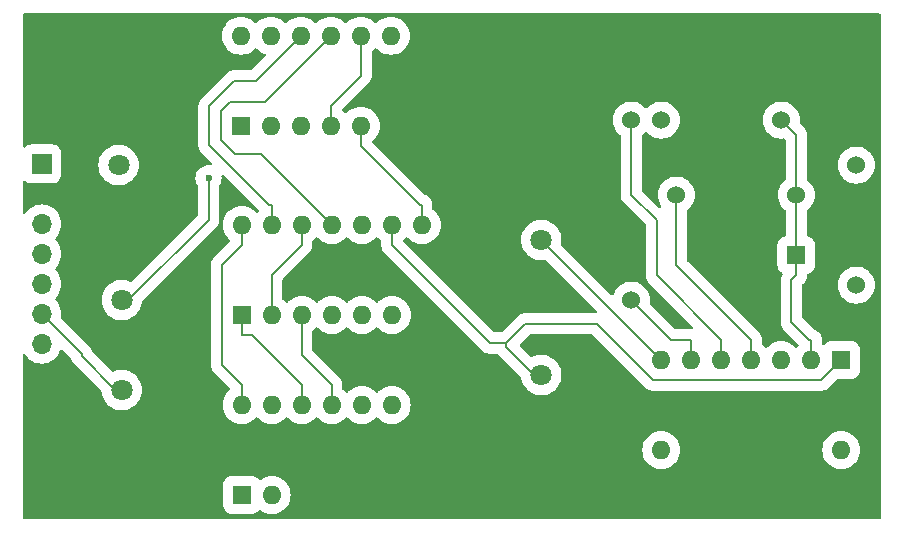
<source format=gbr>
%TF.GenerationSoftware,KiCad,Pcbnew,8.0.2-1*%
%TF.CreationDate,2024-08-04T09:10:22-04:00*%
%TF.ProjectId,startup_controller,73746172-7475-4705-9f63-6f6e74726f6c,rev?*%
%TF.SameCoordinates,Original*%
%TF.FileFunction,Copper,L2,Bot*%
%TF.FilePolarity,Positive*%
%FSLAX46Y46*%
G04 Gerber Fmt 4.6, Leading zero omitted, Abs format (unit mm)*
G04 Created by KiCad (PCBNEW 8.0.2-1) date 2024-08-04 09:10:22*
%MOMM*%
%LPD*%
G01*
G04 APERTURE LIST*
%TA.AperFunction,ComponentPad*%
%ADD10R,1.600000X1.600000*%
%TD*%
%TA.AperFunction,ComponentPad*%
%ADD11O,1.600000X1.600000*%
%TD*%
%TA.AperFunction,ComponentPad*%
%ADD12C,1.524000*%
%TD*%
%TA.AperFunction,ComponentPad*%
%ADD13R,1.800000X1.800000*%
%TD*%
%TA.AperFunction,ComponentPad*%
%ADD14C,1.800000*%
%TD*%
%TA.AperFunction,ComponentPad*%
%ADD15R,1.700000X1.700000*%
%TD*%
%TA.AperFunction,ComponentPad*%
%ADD16O,1.700000X1.700000*%
%TD*%
%TA.AperFunction,ComponentPad*%
%ADD17C,1.600000*%
%TD*%
%TA.AperFunction,ViaPad*%
%ADD18C,0.600000*%
%TD*%
%TA.AperFunction,Conductor*%
%ADD19C,0.200000*%
%TD*%
G04 APERTURE END LIST*
D10*
%TO.P,U3,1,0Q*%
%TO.N,unconnected-(U3-0Q-Pad1)*%
X143505000Y-113020000D03*
D11*
%TO.P,U3,2,0Q#*%
%TO.N,unconnected-(U3-0Q#-Pad2)*%
X146045000Y-113020000D03*
%TO.P,U3,3,0CLK*%
%TO.N,Net-(D1-K)*%
X148585000Y-113020000D03*
%TO.P,U3,4,0RESET*%
X151125000Y-113020000D03*
%TO.P,U3,5,0D*%
X153665000Y-113020000D03*
%TO.P,U3,6,0SET*%
X156205000Y-113020000D03*
%TO.P,U3,7,GND*%
X158745000Y-113020000D03*
%TO.P,U3,8,1SET*%
X158745000Y-105400000D03*
%TO.P,U3,9,1D*%
%TO.N,Net-(D2-A)*%
X156205000Y-105400000D03*
%TO.P,U3,10,1RESET*%
%TO.N,Net-(D1-A)*%
X153665000Y-105400000D03*
%TO.P,U3,11,1CLK*%
%TO.N,Net-(U2-1Q)*%
X151125000Y-105400000D03*
%TO.P,U3,12,1Q3*%
%TO.N,Net-(U2-1A)*%
X148585000Y-105400000D03*
%TO.P,U3,13,1Q*%
%TO.N,Net-(D3-A)*%
X146045000Y-105400000D03*
%TO.P,U3,14,V+*%
%TO.N,Net-(D5-A)*%
X143505000Y-105400000D03*
%TD*%
D12*
%TO.P,R3,1*%
%TO.N,Net-(U5-IN-_1)*%
X189190000Y-81280000D03*
%TO.P,R3,2*%
%TO.N,Net-(U5-IN+_2)*%
X179030000Y-81280000D03*
%TD*%
D13*
%TO.P,D4,1,K*%
%TO.N,Net-(D1-K)*%
X133350000Y-93980000D03*
D14*
%TO.P,D4,2,A*%
%TO.N,Net-(D4-A)*%
X133350000Y-96520000D03*
%TD*%
D10*
%TO.P,U5,1,OUT_1*%
%TO.N,Net-(D2-A)*%
X194270000Y-101600000D03*
D11*
%TO.P,U5,2,IN-_1*%
%TO.N,Net-(U5-IN-_1)*%
X191730000Y-101600000D03*
%TO.P,U5,3,IN+_1*%
%TO.N,Net-(U5-IN+_1)*%
X189190000Y-101600000D03*
%TO.P,U5,4,V+*%
%TO.N,Net-(D5-A)*%
X186650000Y-101600000D03*
%TO.P,U5,5,IN+_2*%
%TO.N,Net-(U5-IN+_2)*%
X184110000Y-101600000D03*
%TO.P,U5,6,IN-_2*%
%TO.N,Net-(U5-IN+_1)*%
X181570000Y-101600000D03*
%TO.P,U5,7,OUT_2*%
%TO.N,Net-(D1-A)*%
X179030000Y-101600000D03*
%TO.P,U5,8,OUT_3*%
%TO.N,unconnected-(U5-OUT_3-Pad8)*%
X179030000Y-109220000D03*
%TO.P,U5,9,IN-_3*%
%TO.N,Net-(D1-K)*%
X181570000Y-109220000D03*
%TO.P,U5,10,IN+_3*%
X184110000Y-109220000D03*
%TO.P,U5,11,GND*%
X186650000Y-109220000D03*
%TO.P,U5,12,IN+_4*%
X189190000Y-109220000D03*
%TO.P,U5,13,IN-_4*%
X191730000Y-109220000D03*
%TO.P,U5,14,OUT_4*%
%TO.N,unconnected-(U5-OUT_4-Pad14)*%
X194270000Y-109220000D03*
%TD*%
D15*
%TO.P,U1,1,V+*%
%TO.N,Net-(D5-A)*%
X126580000Y-85000000D03*
D16*
%TO.P,U1,2,GND*%
%TO.N,Net-(D1-K)*%
X126580000Y-87540000D03*
%TO.P,U1,3,A_CLK*%
%TO.N,Net-(U1-A_CLK)*%
X126580000Y-90080000D03*
%TO.P,U1,4,B_CLK*%
%TO.N,Net-(U1-B_CLK)*%
X126580000Y-92620000D03*
%TO.P,U1,5,START*%
%TO.N,Net-(D4-A)*%
X126580000Y-95160000D03*
%TO.P,U1,6,ENABLE*%
%TO.N,Net-(D3-A)*%
X126580000Y-97700000D03*
%TO.P,U1,7,FAULT*%
%TO.N,unconnected-(U1-FAULT-Pad7)*%
X126580000Y-100240000D03*
%TD*%
D10*
%TO.P,C1,1*%
%TO.N,Net-(U5-IN-_1)*%
X190460000Y-92710000D03*
D17*
%TO.P,C1,2*%
%TO.N,Net-(D1-K)*%
X187960000Y-92710000D03*
%TD*%
D12*
%TO.P,R4,1*%
%TO.N,Net-(D5-A)*%
X195540000Y-85090000D03*
%TO.P,R4,2*%
%TO.N,Net-(U5-IN+_1)*%
X195540000Y-95250000D03*
%TD*%
D10*
%TO.P,U2,1,1A*%
%TO.N,Net-(U2-1A)*%
X143510000Y-97780000D03*
D11*
%TO.P,U2,2,1B*%
%TO.N,Net-(U1-B_CLK)*%
X146050000Y-97780000D03*
%TO.P,U2,3,1Q*%
%TO.N,Net-(U2-1Q)*%
X148590000Y-97780000D03*
%TO.P,U2,4,2A*%
%TO.N,Net-(D3-A)*%
X151130000Y-97780000D03*
%TO.P,U2,5,2B*%
%TO.N,Net-(U1-A_CLK)*%
X153670000Y-97780000D03*
%TO.P,U2,6,2Q*%
%TO.N,Net-(U2-2Q)*%
X156210000Y-97780000D03*
%TO.P,U2,7,GND*%
%TO.N,Net-(D1-K)*%
X158750000Y-97780000D03*
%TO.P,U2,8,4Q*%
%TO.N,Net-(U2-4Q)*%
X158750000Y-90160000D03*
%TO.P,U2,9,4B*%
%TO.N,Net-(D2-A)*%
X156210000Y-90160000D03*
%TO.P,U2,10,4A*%
%TO.N,Net-(U2-3A)*%
X153670000Y-90160000D03*
%TO.P,U2,11,3Q*%
%TO.N,Net-(U2-3Q)*%
X151130000Y-90160000D03*
%TO.P,U2,12,3B*%
%TO.N,Net-(U1-B_CLK)*%
X148590000Y-90160000D03*
%TO.P,U2,13,3A*%
%TO.N,Net-(U2-3A)*%
X146050000Y-90160000D03*
%TO.P,U2,14,V+*%
%TO.N,Net-(D5-A)*%
X143510000Y-90160000D03*
%TD*%
D13*
%TO.P,D5,1,K*%
%TO.N,Net-(D1-K)*%
X133080000Y-87630000D03*
D14*
%TO.P,D5,2,A*%
%TO.N,Net-(D5-A)*%
X133080000Y-85090000D03*
%TD*%
D12*
%TO.P,R2,1*%
%TO.N,Net-(U5-IN+_2)*%
X176490000Y-81280000D03*
%TO.P,R2,2*%
%TO.N,Net-(D1-K)*%
X176490000Y-91440000D03*
%TD*%
D13*
%TO.P,D3,1,K*%
%TO.N,Net-(D1-K)*%
X133350000Y-101600000D03*
D14*
%TO.P,D3,2,A*%
%TO.N,Net-(D3-A)*%
X133350000Y-104140000D03*
%TD*%
D12*
%TO.P,R5,1*%
%TO.N,Net-(U5-IN+_1)*%
X176490000Y-96520000D03*
%TO.P,R5,2*%
%TO.N,Net-(D1-K)*%
X186650000Y-96520000D03*
%TD*%
D13*
%TO.P,D1,1,K*%
%TO.N,Net-(D1-K)*%
X168870000Y-88900000D03*
D14*
%TO.P,D1,2,A*%
%TO.N,Net-(D1-A)*%
X168870000Y-91440000D03*
%TD*%
D12*
%TO.P,R1,1*%
%TO.N,Net-(D5-A)*%
X180300000Y-87630000D03*
%TO.P,R1,2*%
%TO.N,Net-(U5-IN-_1)*%
X190460000Y-87630000D03*
%TD*%
D13*
%TO.P,D2,1,K*%
%TO.N,Net-(D1-K)*%
X168870000Y-100330000D03*
D14*
%TO.P,D2,2,A*%
%TO.N,Net-(D2-A)*%
X168870000Y-102870000D03*
%TD*%
D10*
%TO.P,U4,1,0Q*%
%TO.N,Net-(D4-A)*%
X143435000Y-81760000D03*
D11*
%TO.P,U4,2,0Q#*%
%TO.N,unconnected-(U4-0Q#-Pad2)*%
X145975000Y-81760000D03*
%TO.P,U4,3,0CLK*%
%TO.N,Net-(U2-2Q)*%
X148515000Y-81760000D03*
%TO.P,U4,4,0RESET*%
%TO.N,Net-(D1-A)*%
X151055000Y-81760000D03*
%TO.P,U4,5,0D*%
%TO.N,Net-(U2-4Q)*%
X153595000Y-81760000D03*
%TO.P,U4,6,0SET*%
%TO.N,Net-(D1-K)*%
X156135000Y-81760000D03*
%TO.P,U4,7,GND*%
X158675000Y-81760000D03*
%TO.P,U4,8,1SET*%
X158675000Y-74140000D03*
%TO.P,U4,9,1D*%
%TO.N,Net-(D4-A)*%
X156135000Y-74140000D03*
%TO.P,U4,10,1RESET*%
%TO.N,Net-(D1-A)*%
X153595000Y-74140000D03*
%TO.P,U4,11,1CLK*%
%TO.N,Net-(U2-3Q)*%
X151055000Y-74140000D03*
%TO.P,U4,12,1Q3*%
%TO.N,Net-(U2-3A)*%
X148515000Y-74140000D03*
%TO.P,U4,13,1Q*%
%TO.N,unconnected-(U4-1Q-Pad13)*%
X145975000Y-74140000D03*
%TO.P,U4,14,V+*%
%TO.N,Net-(D5-A)*%
X143435000Y-74140000D03*
%TD*%
D18*
%TO.N,Net-(D4-A)*%
X140692500Y-86211800D03*
%TD*%
D19*
%TO.N,Net-(U5-IN-_1)*%
X190460000Y-94411700D02*
X190050500Y-94821200D01*
X190460000Y-92710000D02*
X190460000Y-94411700D01*
X190050500Y-98400300D02*
X191548500Y-99898300D01*
X190460000Y-87630000D02*
X190460000Y-92710000D01*
X190460000Y-82550000D02*
X190460000Y-87630000D01*
X190050500Y-94821200D02*
X190050500Y-98400300D01*
X189190000Y-81280000D02*
X190460000Y-82550000D01*
X191548500Y-99898300D02*
X191730000Y-99898300D01*
X191730000Y-101600000D02*
X191730000Y-99898300D01*
%TO.N,Net-(U5-IN+_2)*%
X184110000Y-99898300D02*
X178637800Y-94426100D01*
X178637800Y-89778700D02*
X176490000Y-87630900D01*
X178637800Y-94426100D02*
X178637800Y-89778700D01*
X176490000Y-87630900D02*
X176490000Y-81280000D01*
X184110000Y-101600000D02*
X184110000Y-99898300D01*
%TO.N,Net-(U5-IN+_1)*%
X179868300Y-99898300D02*
X176490000Y-96520000D01*
X181570000Y-99898300D02*
X179868300Y-99898300D01*
X181570000Y-101600000D02*
X181570000Y-99898300D01*
%TO.N,Net-(U1-B_CLK)*%
X148590000Y-91861700D02*
X146050000Y-94401700D01*
X148590000Y-90160000D02*
X148590000Y-91861700D01*
X146050000Y-97780000D02*
X146050000Y-96078300D01*
X146050000Y-94401700D02*
X146050000Y-96078300D01*
%TO.N,Net-(U2-1Q)*%
X148590000Y-97780000D02*
X148590000Y-101163300D01*
X151125000Y-105400000D02*
X151125000Y-103698300D01*
X148590000Y-101163300D02*
X151125000Y-103698300D01*
%TO.N,Net-(U2-3A)*%
X142870700Y-77960400D02*
X140731600Y-80099500D01*
X140731600Y-83415800D02*
X145774100Y-88458300D01*
X148515000Y-74140000D02*
X144694600Y-77960400D01*
X146050000Y-90160000D02*
X146050000Y-88458300D01*
X145774100Y-88458300D02*
X146050000Y-88458300D01*
X144694600Y-77960400D02*
X142870700Y-77960400D01*
X140731600Y-80099500D02*
X140731600Y-83415800D01*
%TO.N,Net-(U2-1A)*%
X148585000Y-105400000D02*
X148585000Y-103698300D01*
X144368400Y-99481700D02*
X148585000Y-103698300D01*
X143510000Y-97780000D02*
X143510000Y-99481700D01*
X143510000Y-99481700D02*
X144368400Y-99481700D01*
%TO.N,Net-(U2-4Q)*%
X158750000Y-88458300D02*
X158591600Y-88458300D01*
X153595000Y-81760000D02*
X153595000Y-83461700D01*
X158591600Y-88458300D02*
X153595000Y-83461700D01*
X158750000Y-90160000D02*
X158750000Y-88458300D01*
%TO.N,Net-(U2-3Q)*%
X141733300Y-82980400D02*
X141733300Y-80514400D01*
X145472100Y-79722900D02*
X151055000Y-74140000D01*
X142894500Y-84141600D02*
X141733300Y-82980400D01*
X142524800Y-79722900D02*
X145472100Y-79722900D01*
X145111600Y-84141600D02*
X142894500Y-84141600D01*
X141733300Y-80514400D02*
X142524800Y-79722900D01*
X151130000Y-90160000D02*
X145111600Y-84141600D01*
%TO.N,Net-(D1-A)*%
X151055000Y-81760000D02*
X151055000Y-80058300D01*
X151055000Y-80058300D02*
X153595000Y-77518300D01*
X179030000Y-101600000D02*
X168870000Y-91440000D01*
X153595000Y-77518300D02*
X153595000Y-74140000D01*
%TO.N,Net-(D1-K)*%
X158750000Y-97780000D02*
X158750000Y-99481700D01*
X186650000Y-96520000D02*
X187960000Y-95210000D01*
X133080000Y-89431700D02*
X133350000Y-89701700D01*
X133350000Y-89701700D02*
X133350000Y-93980000D01*
X137165000Y-101600000D02*
X133350000Y-101600000D01*
X158745000Y-105400000D02*
X158745000Y-107101700D01*
X133080000Y-87630000D02*
X133080000Y-89431700D01*
X160376700Y-82208400D02*
X160376700Y-81760000D01*
X158675000Y-81760000D02*
X160376700Y-81760000D01*
X158675000Y-74140000D02*
X158675000Y-81760000D01*
X158745000Y-113020000D02*
X156205000Y-113020000D01*
X167068300Y-88900000D02*
X160376700Y-82208400D01*
X158745000Y-99486700D02*
X158745000Y-105400000D01*
X168870000Y-88900000D02*
X167068300Y-88900000D01*
X148585000Y-113020000D02*
X137165000Y-101600000D01*
X158750000Y-99481700D02*
X158745000Y-99486700D01*
X158745000Y-113020000D02*
X158745000Y-107101700D01*
X181570000Y-109220000D02*
X172680000Y-100330000D01*
X187960000Y-95210000D02*
X187960000Y-92710000D01*
X172680000Y-100330000D02*
X168870000Y-100330000D01*
%TO.N,Net-(D2-A)*%
X194270000Y-101600000D02*
X192568300Y-103301700D01*
X156210000Y-90160000D02*
X156210000Y-91861700D01*
X168251700Y-102870000D02*
X168870000Y-102870000D01*
X165892600Y-100166400D02*
X165892600Y-100510900D01*
X164514700Y-100166400D02*
X156210000Y-91861700D01*
X165892600Y-100510900D02*
X168251700Y-102870000D01*
X192568300Y-103301700D02*
X178325200Y-103301700D01*
X173551800Y-98528300D02*
X167530700Y-98528300D01*
X167530700Y-98528300D02*
X165892600Y-100166400D01*
X178325200Y-103301700D02*
X173551800Y-98528300D01*
X165892600Y-100166400D02*
X164514700Y-100166400D01*
%TO.N,Net-(D3-A)*%
X129962700Y-101082700D02*
X129962700Y-101300000D01*
X132802700Y-104140000D02*
X133350000Y-104140000D01*
X129962700Y-101300000D02*
X132802700Y-104140000D01*
X126580000Y-97700000D02*
X129962700Y-101082700D01*
%TO.N,Net-(D4-A)*%
X140692500Y-89727100D02*
X140692500Y-86211800D01*
X133350000Y-96520000D02*
X133899600Y-96520000D01*
X133899600Y-96520000D02*
X140692500Y-89727100D01*
%TO.N,Net-(D5-A)*%
X186650000Y-101600000D02*
X186650000Y-99898300D01*
X180300000Y-87630000D02*
X180300000Y-93548300D01*
X180300000Y-93548300D02*
X186650000Y-99898300D01*
X141808300Y-93563400D02*
X143510000Y-91861700D01*
X143505000Y-103698300D02*
X141808300Y-102001600D01*
X143505000Y-105400000D02*
X143505000Y-103698300D01*
X143510000Y-90160000D02*
X143510000Y-91861700D01*
X141808300Y-102001600D02*
X141808300Y-93563400D01*
%TD*%
%TA.AperFunction,Conductor*%
%TO.N,Net-(D1-K)*%
G36*
X197562539Y-72275185D02*
G01*
X197608294Y-72327989D01*
X197619500Y-72379500D01*
X197619500Y-114945500D01*
X197599815Y-115012539D01*
X197547011Y-115058294D01*
X197495500Y-115069500D01*
X125084500Y-115069500D01*
X125017461Y-115049815D01*
X124971706Y-114997011D01*
X124960500Y-114945500D01*
X124960500Y-112175039D01*
X141904500Y-112175039D01*
X141904500Y-113864960D01*
X141919630Y-113999249D01*
X141919631Y-113999254D01*
X141979211Y-114169523D01*
X142055711Y-114291271D01*
X142075184Y-114322262D01*
X142202738Y-114449816D01*
X142355478Y-114545789D01*
X142525745Y-114605368D01*
X142525750Y-114605369D01*
X142616246Y-114615565D01*
X142660040Y-114620499D01*
X142660043Y-114620500D01*
X142660046Y-114620500D01*
X144349957Y-114620500D01*
X144349958Y-114620499D01*
X144417104Y-114612934D01*
X144484249Y-114605369D01*
X144484252Y-114605368D01*
X144484255Y-114605368D01*
X144654522Y-114545789D01*
X144807262Y-114449816D01*
X144932324Y-114324753D01*
X144993643Y-114291271D01*
X145063335Y-114296255D01*
X145097238Y-114316205D01*
X145097405Y-114315976D01*
X145099774Y-114317697D01*
X145100526Y-114318140D01*
X145101341Y-114318836D01*
X145101346Y-114318839D01*
X145316140Y-114450466D01*
X145546270Y-114545788D01*
X145548889Y-114546873D01*
X145793852Y-114605683D01*
X146045000Y-114625449D01*
X146296148Y-114605683D01*
X146541111Y-114546873D01*
X146773859Y-114450466D01*
X146988659Y-114318836D01*
X147180224Y-114155224D01*
X147343836Y-113963659D01*
X147475466Y-113748859D01*
X147571873Y-113516111D01*
X147630683Y-113271148D01*
X147650449Y-113020000D01*
X147630683Y-112768852D01*
X147571873Y-112523889D01*
X147475466Y-112291141D01*
X147475466Y-112291140D01*
X147343839Y-112076346D01*
X147343838Y-112076343D01*
X147306875Y-112033066D01*
X147180224Y-111884776D01*
X147053571Y-111776604D01*
X146988656Y-111721161D01*
X146988653Y-111721160D01*
X146773859Y-111589533D01*
X146541110Y-111493126D01*
X146296151Y-111434317D01*
X146045000Y-111414551D01*
X145793848Y-111434317D01*
X145548889Y-111493126D01*
X145316140Y-111589533D01*
X145101349Y-111721158D01*
X145101327Y-111721174D01*
X145100516Y-111721867D01*
X145100145Y-111722032D01*
X145097404Y-111724025D01*
X145096985Y-111723448D01*
X145036749Y-111750426D01*
X144967665Y-111739976D01*
X144932321Y-111715243D01*
X144807262Y-111590184D01*
X144654523Y-111494211D01*
X144484254Y-111434631D01*
X144484249Y-111434630D01*
X144349960Y-111419500D01*
X144349954Y-111419500D01*
X142660046Y-111419500D01*
X142660039Y-111419500D01*
X142525750Y-111434630D01*
X142525745Y-111434631D01*
X142355476Y-111494211D01*
X142202737Y-111590184D01*
X142075184Y-111717737D01*
X141979211Y-111870476D01*
X141919631Y-112040745D01*
X141919630Y-112040750D01*
X141904500Y-112175039D01*
X124960500Y-112175039D01*
X124960500Y-109220000D01*
X177424551Y-109220000D01*
X177444317Y-109471151D01*
X177503126Y-109716110D01*
X177599533Y-109948859D01*
X177731160Y-110163653D01*
X177731161Y-110163656D01*
X177731164Y-110163659D01*
X177894776Y-110355224D01*
X178043066Y-110481875D01*
X178086343Y-110518838D01*
X178086346Y-110518839D01*
X178301140Y-110650466D01*
X178533889Y-110746873D01*
X178778852Y-110805683D01*
X179030000Y-110825449D01*
X179281148Y-110805683D01*
X179526111Y-110746873D01*
X179758859Y-110650466D01*
X179973659Y-110518836D01*
X180165224Y-110355224D01*
X180328836Y-110163659D01*
X180460466Y-109948859D01*
X180556873Y-109716111D01*
X180615683Y-109471148D01*
X180635449Y-109220000D01*
X192664551Y-109220000D01*
X192684317Y-109471151D01*
X192743126Y-109716110D01*
X192839533Y-109948859D01*
X192971160Y-110163653D01*
X192971161Y-110163656D01*
X192971164Y-110163659D01*
X193134776Y-110355224D01*
X193283066Y-110481875D01*
X193326343Y-110518838D01*
X193326346Y-110518839D01*
X193541140Y-110650466D01*
X193773889Y-110746873D01*
X194018852Y-110805683D01*
X194270000Y-110825449D01*
X194521148Y-110805683D01*
X194766111Y-110746873D01*
X194998859Y-110650466D01*
X195213659Y-110518836D01*
X195405224Y-110355224D01*
X195568836Y-110163659D01*
X195700466Y-109948859D01*
X195796873Y-109716111D01*
X195855683Y-109471148D01*
X195875449Y-109220000D01*
X195855683Y-108968852D01*
X195796873Y-108723889D01*
X195700466Y-108491141D01*
X195700466Y-108491140D01*
X195568839Y-108276346D01*
X195568838Y-108276343D01*
X195531875Y-108233066D01*
X195405224Y-108084776D01*
X195278571Y-107976604D01*
X195213656Y-107921161D01*
X195213653Y-107921160D01*
X194998859Y-107789533D01*
X194766110Y-107693126D01*
X194521151Y-107634317D01*
X194270000Y-107614551D01*
X194018848Y-107634317D01*
X193773889Y-107693126D01*
X193541140Y-107789533D01*
X193326346Y-107921160D01*
X193326343Y-107921161D01*
X193134776Y-108084776D01*
X192971161Y-108276343D01*
X192971160Y-108276346D01*
X192839533Y-108491140D01*
X192743126Y-108723889D01*
X192684317Y-108968848D01*
X192664551Y-109220000D01*
X180635449Y-109220000D01*
X180615683Y-108968852D01*
X180556873Y-108723889D01*
X180460466Y-108491141D01*
X180460466Y-108491140D01*
X180328839Y-108276346D01*
X180328838Y-108276343D01*
X180291875Y-108233066D01*
X180165224Y-108084776D01*
X180038571Y-107976604D01*
X179973656Y-107921161D01*
X179973653Y-107921160D01*
X179758859Y-107789533D01*
X179526110Y-107693126D01*
X179281151Y-107634317D01*
X179030000Y-107614551D01*
X178778848Y-107634317D01*
X178533889Y-107693126D01*
X178301140Y-107789533D01*
X178086346Y-107921160D01*
X178086343Y-107921161D01*
X177894776Y-108084776D01*
X177731161Y-108276343D01*
X177731160Y-108276346D01*
X177599533Y-108491140D01*
X177503126Y-108723889D01*
X177444317Y-108968848D01*
X177424551Y-109220000D01*
X124960500Y-109220000D01*
X124960500Y-101195748D01*
X124980185Y-101128709D01*
X125032989Y-101082954D01*
X125102147Y-101073010D01*
X125165703Y-101102035D01*
X125190226Y-101130957D01*
X125240588Y-101213140D01*
X125409311Y-101410689D01*
X125606860Y-101579412D01*
X125828372Y-101715154D01*
X125828374Y-101715154D01*
X125828376Y-101715156D01*
X125855860Y-101726540D01*
X126068390Y-101814573D01*
X126321006Y-101875221D01*
X126580000Y-101895604D01*
X126838994Y-101875221D01*
X127091610Y-101814573D01*
X127331628Y-101715154D01*
X127553140Y-101579412D01*
X127750689Y-101410689D01*
X127919412Y-101213140D01*
X128055154Y-100991628D01*
X128143170Y-100779140D01*
X128187011Y-100724737D01*
X128253305Y-100702672D01*
X128321005Y-100719951D01*
X128345412Y-100738912D01*
X129052239Y-101445739D01*
X129085724Y-101507062D01*
X129086175Y-101509229D01*
X129096803Y-101562659D01*
X129096805Y-101562667D01*
X129112270Y-101600000D01*
X129112271Y-101600003D01*
X129164683Y-101726540D01*
X129164687Y-101726547D01*
X129214085Y-101800476D01*
X129250866Y-101855522D01*
X129263237Y-101874038D01*
X129263238Y-101874039D01*
X131621556Y-104232356D01*
X131655041Y-104293679D01*
X131657528Y-104310770D01*
X131663777Y-104394155D01*
X131704027Y-104570499D01*
X131720492Y-104642637D01*
X131813607Y-104879888D01*
X131941041Y-105100612D01*
X132099950Y-105299877D01*
X132286783Y-105473232D01*
X132497366Y-105616805D01*
X132497371Y-105616807D01*
X132497372Y-105616808D01*
X132497373Y-105616809D01*
X132568686Y-105651151D01*
X132726992Y-105727387D01*
X132726993Y-105727387D01*
X132726996Y-105727389D01*
X132970542Y-105802513D01*
X133222565Y-105840500D01*
X133477435Y-105840500D01*
X133729458Y-105802513D01*
X133973004Y-105727389D01*
X134202634Y-105616805D01*
X134413217Y-105473232D01*
X134600050Y-105299877D01*
X134758959Y-105100612D01*
X134886393Y-104879888D01*
X134979508Y-104642637D01*
X135036222Y-104394157D01*
X135055268Y-104140000D01*
X135054792Y-104133654D01*
X135036222Y-103885845D01*
X135033319Y-103873127D01*
X134979508Y-103637363D01*
X134886393Y-103400112D01*
X134758959Y-103179388D01*
X134600050Y-102980123D01*
X134413217Y-102806768D01*
X134202634Y-102663195D01*
X134202630Y-102663193D01*
X134202627Y-102663191D01*
X134202626Y-102663190D01*
X133973006Y-102552612D01*
X133973008Y-102552612D01*
X133729466Y-102477489D01*
X133729462Y-102477488D01*
X133729458Y-102477487D01*
X133608231Y-102459214D01*
X133477440Y-102439500D01*
X133477435Y-102439500D01*
X133222565Y-102439500D01*
X133222559Y-102439500D01*
X133065609Y-102463157D01*
X132970542Y-102477487D01*
X132970539Y-102477488D01*
X132970533Y-102477489D01*
X132726998Y-102552610D01*
X132726996Y-102552611D01*
X132645497Y-102591858D01*
X132576557Y-102603209D01*
X132512423Y-102575486D01*
X132504017Y-102567818D01*
X130873160Y-100936960D01*
X130839675Y-100875637D01*
X130839237Y-100873539D01*
X130828595Y-100820034D01*
X130805921Y-100765296D01*
X130789651Y-100726016D01*
X130789641Y-100725995D01*
X130789629Y-100725964D01*
X130760713Y-100656153D01*
X130737057Y-100620750D01*
X130686131Y-100544534D01*
X130686131Y-100544533D01*
X130665406Y-100513516D01*
X130662164Y-100508664D01*
X128244436Y-98090936D01*
X128210951Y-98029613D01*
X128211544Y-97974305D01*
X128215221Y-97958994D01*
X128235604Y-97700000D01*
X128215221Y-97441006D01*
X128154573Y-97188390D01*
X128055154Y-96948372D01*
X127919412Y-96726860D01*
X127750689Y-96529311D01*
X127744809Y-96524289D01*
X127742006Y-96519995D01*
X131644732Y-96519995D01*
X131644732Y-96520004D01*
X131663777Y-96774154D01*
X131678733Y-96839682D01*
X131720492Y-97022637D01*
X131813607Y-97259888D01*
X131941041Y-97480612D01*
X132099950Y-97679877D01*
X132286783Y-97853232D01*
X132497366Y-97996805D01*
X132497371Y-97996807D01*
X132497372Y-97996808D01*
X132497373Y-97996809D01*
X132619328Y-98055538D01*
X132726992Y-98107387D01*
X132726993Y-98107387D01*
X132726996Y-98107389D01*
X132970542Y-98182513D01*
X133222565Y-98220500D01*
X133477435Y-98220500D01*
X133729458Y-98182513D01*
X133973004Y-98107389D01*
X134202634Y-97996805D01*
X134413217Y-97853232D01*
X134600050Y-97679877D01*
X134758959Y-97480612D01*
X134886393Y-97259888D01*
X134979508Y-97022637D01*
X135036222Y-96774157D01*
X135042284Y-96693257D01*
X135066922Y-96627877D01*
X135078249Y-96614849D01*
X141391963Y-90301136D01*
X141405340Y-90281116D01*
X141490513Y-90153647D01*
X141558394Y-89989766D01*
X141563680Y-89963195D01*
X141591962Y-89821009D01*
X141593000Y-89815791D01*
X141593000Y-86887055D01*
X141612685Y-86820016D01*
X141618046Y-86812328D01*
X141632173Y-86793621D01*
X141723082Y-86611050D01*
X141778897Y-86414883D01*
X141797715Y-86211800D01*
X141782793Y-86050766D01*
X141796208Y-85982199D01*
X141844565Y-85931767D01*
X141912511Y-85915484D01*
X141978473Y-85938521D01*
X141993945Y-85951646D01*
X144903881Y-88861581D01*
X144937366Y-88922904D01*
X144932382Y-88992596D01*
X144910491Y-89029793D01*
X144874291Y-89072178D01*
X144815784Y-89110372D01*
X144745916Y-89110871D01*
X144686869Y-89073517D01*
X144685710Y-89072179D01*
X144685709Y-89072178D01*
X144645224Y-89024776D01*
X144510032Y-88909311D01*
X144453656Y-88861161D01*
X144453653Y-88861160D01*
X144238859Y-88729533D01*
X144006110Y-88633126D01*
X143761151Y-88574317D01*
X143510000Y-88554551D01*
X143258848Y-88574317D01*
X143013889Y-88633126D01*
X142781140Y-88729533D01*
X142566346Y-88861160D01*
X142566343Y-88861161D01*
X142374776Y-89024776D01*
X142211161Y-89216343D01*
X142211160Y-89216346D01*
X142079533Y-89431140D01*
X141983126Y-89663889D01*
X141924317Y-89908848D01*
X141904551Y-90160000D01*
X141924317Y-90411151D01*
X141983126Y-90656110D01*
X142079533Y-90888859D01*
X142211160Y-91103653D01*
X142211161Y-91103656D01*
X142230359Y-91126134D01*
X142374776Y-91295224D01*
X142445035Y-91355230D01*
X142503723Y-91405356D01*
X142541916Y-91463863D01*
X142542414Y-91533731D01*
X142510872Y-91587327D01*
X141108840Y-92989358D01*
X141108834Y-92989365D01*
X141083429Y-93027388D01*
X141083429Y-93027389D01*
X141010288Y-93136850D01*
X141010287Y-93136852D01*
X140996213Y-93170831D01*
X140996213Y-93170832D01*
X140942406Y-93300731D01*
X140942403Y-93300741D01*
X140928303Y-93371629D01*
X140907800Y-93474704D01*
X140907800Y-102090296D01*
X140942403Y-102264259D01*
X140942406Y-102264269D01*
X140956984Y-102299461D01*
X140956985Y-102299465D01*
X141010283Y-102428140D01*
X141010287Y-102428147D01*
X141058632Y-102500500D01*
X141093451Y-102552610D01*
X141108837Y-102575638D01*
X141108838Y-102575639D01*
X142505873Y-103972673D01*
X142539358Y-104033996D01*
X142534374Y-104103688D01*
X142498724Y-104154644D01*
X142369776Y-104264776D01*
X142206161Y-104456343D01*
X142206160Y-104456346D01*
X142074533Y-104671140D01*
X141978126Y-104903889D01*
X141919317Y-105148848D01*
X141899551Y-105400000D01*
X141919317Y-105651151D01*
X141978126Y-105896110D01*
X142074533Y-106128859D01*
X142206160Y-106343653D01*
X142206161Y-106343656D01*
X142206164Y-106343659D01*
X142369776Y-106535224D01*
X142518066Y-106661875D01*
X142561343Y-106698838D01*
X142561346Y-106698839D01*
X142776140Y-106830466D01*
X143008889Y-106926873D01*
X143253852Y-106985683D01*
X143505000Y-107005449D01*
X143756148Y-106985683D01*
X144001111Y-106926873D01*
X144233859Y-106830466D01*
X144448659Y-106698836D01*
X144640224Y-106535224D01*
X144680710Y-106487819D01*
X144739216Y-106449627D01*
X144809084Y-106449128D01*
X144868130Y-106486482D01*
X144869235Y-106487756D01*
X144909775Y-106535223D01*
X144909776Y-106535224D01*
X145101343Y-106698838D01*
X145101346Y-106698839D01*
X145316140Y-106830466D01*
X145548889Y-106926873D01*
X145793852Y-106985683D01*
X146045000Y-107005449D01*
X146296148Y-106985683D01*
X146541111Y-106926873D01*
X146773859Y-106830466D01*
X146988659Y-106698836D01*
X147180224Y-106535224D01*
X147220710Y-106487819D01*
X147279216Y-106449627D01*
X147349084Y-106449128D01*
X147408130Y-106486482D01*
X147409235Y-106487756D01*
X147449775Y-106535223D01*
X147449776Y-106535224D01*
X147641343Y-106698838D01*
X147641346Y-106698839D01*
X147856140Y-106830466D01*
X148088889Y-106926873D01*
X148333852Y-106985683D01*
X148585000Y-107005449D01*
X148836148Y-106985683D01*
X149081111Y-106926873D01*
X149313859Y-106830466D01*
X149528659Y-106698836D01*
X149720224Y-106535224D01*
X149760710Y-106487819D01*
X149819216Y-106449627D01*
X149889084Y-106449128D01*
X149948130Y-106486482D01*
X149949235Y-106487756D01*
X149989775Y-106535223D01*
X149989776Y-106535224D01*
X150181343Y-106698838D01*
X150181346Y-106698839D01*
X150396140Y-106830466D01*
X150628889Y-106926873D01*
X150873852Y-106985683D01*
X151125000Y-107005449D01*
X151376148Y-106985683D01*
X151621111Y-106926873D01*
X151853859Y-106830466D01*
X152068659Y-106698836D01*
X152260224Y-106535224D01*
X152300710Y-106487819D01*
X152359216Y-106449627D01*
X152429084Y-106449128D01*
X152488130Y-106486482D01*
X152489235Y-106487756D01*
X152529775Y-106535223D01*
X152529776Y-106535224D01*
X152721343Y-106698838D01*
X152721346Y-106698839D01*
X152936140Y-106830466D01*
X153168889Y-106926873D01*
X153413852Y-106985683D01*
X153665000Y-107005449D01*
X153916148Y-106985683D01*
X154161111Y-106926873D01*
X154393859Y-106830466D01*
X154608659Y-106698836D01*
X154800224Y-106535224D01*
X154840710Y-106487819D01*
X154899216Y-106449627D01*
X154969084Y-106449128D01*
X155028130Y-106486482D01*
X155029235Y-106487756D01*
X155069775Y-106535223D01*
X155069776Y-106535224D01*
X155261343Y-106698838D01*
X155261346Y-106698839D01*
X155476140Y-106830466D01*
X155708889Y-106926873D01*
X155953852Y-106985683D01*
X156205000Y-107005449D01*
X156456148Y-106985683D01*
X156701111Y-106926873D01*
X156933859Y-106830466D01*
X157148659Y-106698836D01*
X157340224Y-106535224D01*
X157503836Y-106343659D01*
X157635466Y-106128859D01*
X157731873Y-105896111D01*
X157790683Y-105651148D01*
X157810449Y-105400000D01*
X157790683Y-105148852D01*
X157731873Y-104903889D01*
X157721932Y-104879890D01*
X157635466Y-104671140D01*
X157503839Y-104456346D01*
X157503838Y-104456343D01*
X157413755Y-104350870D01*
X157340224Y-104264776D01*
X157186699Y-104133653D01*
X157148656Y-104101161D01*
X157148653Y-104101160D01*
X156933859Y-103969533D01*
X156701110Y-103873126D01*
X156456151Y-103814317D01*
X156205000Y-103794551D01*
X155953848Y-103814317D01*
X155708889Y-103873126D01*
X155476140Y-103969533D01*
X155261346Y-104101160D01*
X155261343Y-104101161D01*
X155069776Y-104264776D01*
X155029290Y-104312179D01*
X154970783Y-104350372D01*
X154900915Y-104350870D01*
X154841869Y-104313516D01*
X154840710Y-104312179D01*
X154839507Y-104310770D01*
X154800224Y-104264776D01*
X154646699Y-104133653D01*
X154608656Y-104101161D01*
X154608653Y-104101160D01*
X154393859Y-103969533D01*
X154161110Y-103873126D01*
X153916151Y-103814317D01*
X153665000Y-103794551D01*
X153413848Y-103814317D01*
X153168889Y-103873126D01*
X152936140Y-103969533D01*
X152721346Y-104101160D01*
X152721343Y-104101161D01*
X152529776Y-104264776D01*
X152489290Y-104312179D01*
X152430783Y-104350372D01*
X152360915Y-104350870D01*
X152301869Y-104313516D01*
X152300710Y-104312179D01*
X152299507Y-104310770D01*
X152260224Y-104264776D01*
X152068967Y-104101427D01*
X152030775Y-104042921D01*
X152025500Y-104007138D01*
X152025500Y-103609606D01*
X152025499Y-103609604D01*
X151990896Y-103435641D01*
X151990893Y-103435633D01*
X151955434Y-103350024D01*
X151923016Y-103271759D01*
X151923009Y-103271746D01*
X151824465Y-103124266D01*
X151771841Y-103071642D01*
X151699035Y-102998836D01*
X150613107Y-101912908D01*
X149526819Y-100826619D01*
X149493334Y-100765296D01*
X149490500Y-100738938D01*
X149490500Y-99172862D01*
X149510185Y-99105823D01*
X149533968Y-99078572D01*
X149552046Y-99063132D01*
X149725224Y-98915224D01*
X149765710Y-98867819D01*
X149824216Y-98829627D01*
X149894084Y-98829128D01*
X149953130Y-98866482D01*
X149954235Y-98867756D01*
X149986230Y-98905218D01*
X149994776Y-98915224D01*
X150186343Y-99078838D01*
X150186346Y-99078839D01*
X150401140Y-99210466D01*
X150537298Y-99266864D01*
X150633889Y-99306873D01*
X150878852Y-99365683D01*
X151130000Y-99385449D01*
X151381148Y-99365683D01*
X151626111Y-99306873D01*
X151858859Y-99210466D01*
X152073659Y-99078836D01*
X152265224Y-98915224D01*
X152305710Y-98867819D01*
X152364216Y-98829627D01*
X152434084Y-98829128D01*
X152493130Y-98866482D01*
X152494235Y-98867756D01*
X152526230Y-98905218D01*
X152534776Y-98915224D01*
X152726343Y-99078838D01*
X152726346Y-99078839D01*
X152941140Y-99210466D01*
X153077298Y-99266864D01*
X153173889Y-99306873D01*
X153418852Y-99365683D01*
X153670000Y-99385449D01*
X153921148Y-99365683D01*
X154166111Y-99306873D01*
X154398859Y-99210466D01*
X154613659Y-99078836D01*
X154805224Y-98915224D01*
X154845710Y-98867819D01*
X154904216Y-98829627D01*
X154974084Y-98829128D01*
X155033130Y-98866482D01*
X155034235Y-98867756D01*
X155066230Y-98905218D01*
X155074776Y-98915224D01*
X155266343Y-99078838D01*
X155266346Y-99078839D01*
X155481140Y-99210466D01*
X155617298Y-99266864D01*
X155713889Y-99306873D01*
X155958852Y-99365683D01*
X156210000Y-99385449D01*
X156461148Y-99365683D01*
X156706111Y-99306873D01*
X156938859Y-99210466D01*
X157153659Y-99078836D01*
X157345224Y-98915224D01*
X157508836Y-98723659D01*
X157640466Y-98508859D01*
X157736873Y-98276111D01*
X157795683Y-98031148D01*
X157815449Y-97780000D01*
X157795683Y-97528852D01*
X157736873Y-97283889D01*
X157726932Y-97259890D01*
X157640466Y-97051140D01*
X157508839Y-96836346D01*
X157508838Y-96836343D01*
X157455723Y-96774154D01*
X157345224Y-96644776D01*
X157196790Y-96518001D01*
X157153656Y-96481161D01*
X157153653Y-96481160D01*
X156938859Y-96349533D01*
X156706110Y-96253126D01*
X156461151Y-96194317D01*
X156210000Y-96174551D01*
X155958848Y-96194317D01*
X155713889Y-96253126D01*
X155481140Y-96349533D01*
X155266346Y-96481160D01*
X155266343Y-96481161D01*
X155074776Y-96644776D01*
X155034290Y-96692179D01*
X154975783Y-96730372D01*
X154905915Y-96730870D01*
X154846869Y-96693516D01*
X154845710Y-96692179D01*
X154807445Y-96647377D01*
X154805224Y-96644776D01*
X154656790Y-96518001D01*
X154613656Y-96481161D01*
X154613653Y-96481160D01*
X154398859Y-96349533D01*
X154166110Y-96253126D01*
X153921151Y-96194317D01*
X153670000Y-96174551D01*
X153418848Y-96194317D01*
X153173889Y-96253126D01*
X152941140Y-96349533D01*
X152726346Y-96481160D01*
X152726343Y-96481161D01*
X152534776Y-96644776D01*
X152494290Y-96692179D01*
X152435783Y-96730372D01*
X152365915Y-96730870D01*
X152306869Y-96693516D01*
X152305710Y-96692179D01*
X152267445Y-96647377D01*
X152265224Y-96644776D01*
X152116790Y-96518001D01*
X152073656Y-96481161D01*
X152073653Y-96481160D01*
X151858859Y-96349533D01*
X151626110Y-96253126D01*
X151381151Y-96194317D01*
X151130000Y-96174551D01*
X150878848Y-96194317D01*
X150633889Y-96253126D01*
X150401140Y-96349533D01*
X150186346Y-96481160D01*
X150186343Y-96481161D01*
X149994776Y-96644776D01*
X149954290Y-96692179D01*
X149895783Y-96730372D01*
X149825915Y-96730870D01*
X149766869Y-96693516D01*
X149765710Y-96692179D01*
X149727445Y-96647377D01*
X149725224Y-96644776D01*
X149576790Y-96518001D01*
X149533656Y-96481161D01*
X149533653Y-96481160D01*
X149318859Y-96349533D01*
X149086110Y-96253126D01*
X148841151Y-96194317D01*
X148590000Y-96174551D01*
X148338848Y-96194317D01*
X148093889Y-96253126D01*
X147861140Y-96349533D01*
X147646346Y-96481160D01*
X147646343Y-96481161D01*
X147454776Y-96644776D01*
X147414290Y-96692179D01*
X147355783Y-96730372D01*
X147285915Y-96730870D01*
X147226869Y-96693516D01*
X147225710Y-96692179D01*
X147187445Y-96647377D01*
X147185224Y-96644776D01*
X146993967Y-96481427D01*
X146955775Y-96422921D01*
X146950500Y-96387138D01*
X146950500Y-94826061D01*
X146970185Y-94759022D01*
X146986819Y-94738380D01*
X148132062Y-93593137D01*
X149289463Y-92435736D01*
X149294043Y-92428882D01*
X149388013Y-92288247D01*
X149455894Y-92124366D01*
X149455894Y-92124361D01*
X149455896Y-92124358D01*
X149490499Y-91950395D01*
X149490500Y-91950393D01*
X149490500Y-91552862D01*
X149510185Y-91485823D01*
X149533968Y-91458572D01*
X149544811Y-91449311D01*
X149725224Y-91295224D01*
X149765710Y-91247819D01*
X149824216Y-91209627D01*
X149894084Y-91209128D01*
X149953130Y-91246482D01*
X149954235Y-91247756D01*
X149981931Y-91280184D01*
X149994776Y-91295224D01*
X150186343Y-91458838D01*
X150186346Y-91458839D01*
X150401140Y-91590466D01*
X150537298Y-91646864D01*
X150633889Y-91686873D01*
X150878852Y-91745683D01*
X151130000Y-91765449D01*
X151381148Y-91745683D01*
X151626111Y-91686873D01*
X151858859Y-91590466D01*
X152073659Y-91458836D01*
X152265224Y-91295224D01*
X152305710Y-91247819D01*
X152364216Y-91209627D01*
X152434084Y-91209128D01*
X152493130Y-91246482D01*
X152494235Y-91247756D01*
X152521931Y-91280184D01*
X152534776Y-91295224D01*
X152726343Y-91458838D01*
X152726346Y-91458839D01*
X152941140Y-91590466D01*
X153077298Y-91646864D01*
X153173889Y-91686873D01*
X153418852Y-91745683D01*
X153670000Y-91765449D01*
X153921148Y-91745683D01*
X154166111Y-91686873D01*
X154398859Y-91590466D01*
X154613659Y-91458836D01*
X154805224Y-91295224D01*
X154845710Y-91247819D01*
X154904216Y-91209627D01*
X154974084Y-91209128D01*
X155033130Y-91246482D01*
X155034235Y-91247756D01*
X155061931Y-91280184D01*
X155074776Y-91295224D01*
X155266032Y-91458572D01*
X155304225Y-91517079D01*
X155309500Y-91552862D01*
X155309500Y-91950396D01*
X155344103Y-92124358D01*
X155344105Y-92124366D01*
X155378046Y-92206306D01*
X155378046Y-92206307D01*
X155411984Y-92288242D01*
X155411985Y-92288244D01*
X155471063Y-92376660D01*
X155471064Y-92376661D01*
X155510534Y-92435734D01*
X155510535Y-92435735D01*
X155510536Y-92435736D01*
X163815236Y-100740435D01*
X163894834Y-100820033D01*
X163940666Y-100865865D01*
X164088146Y-100964409D01*
X164088159Y-100964416D01*
X164211063Y-101015323D01*
X164252034Y-101032294D01*
X164294635Y-101040768D01*
X164426005Y-101066900D01*
X164426008Y-101066900D01*
X164426009Y-101066900D01*
X165123737Y-101066900D01*
X165190776Y-101086585D01*
X165211418Y-101103219D01*
X167147308Y-103039108D01*
X167180793Y-103100431D01*
X167183279Y-103117511D01*
X167183777Y-103124149D01*
X167183778Y-103124158D01*
X167240489Y-103372628D01*
X167240490Y-103372630D01*
X167240492Y-103372637D01*
X167333497Y-103609609D01*
X167333608Y-103609890D01*
X167349469Y-103637362D01*
X167461041Y-103830612D01*
X167619950Y-104029877D01*
X167806783Y-104203232D01*
X168017366Y-104346805D01*
X168017371Y-104346807D01*
X168017372Y-104346808D01*
X168017373Y-104346809D01*
X168115687Y-104394154D01*
X168246992Y-104457387D01*
X168246993Y-104457387D01*
X168246996Y-104457389D01*
X168490542Y-104532513D01*
X168742565Y-104570500D01*
X168997435Y-104570500D01*
X169249458Y-104532513D01*
X169493004Y-104457389D01*
X169722634Y-104346805D01*
X169933217Y-104203232D01*
X170120050Y-104029877D01*
X170278959Y-103830612D01*
X170406393Y-103609888D01*
X170499508Y-103372637D01*
X170556222Y-103124157D01*
X170567016Y-102980121D01*
X170575268Y-102870004D01*
X170575268Y-102869995D01*
X170556222Y-102615845D01*
X170550747Y-102591858D01*
X170499508Y-102367363D01*
X170406393Y-102130112D01*
X170278959Y-101909388D01*
X170120050Y-101710123D01*
X169933217Y-101536768D01*
X169722634Y-101393195D01*
X169722630Y-101393193D01*
X169722627Y-101393191D01*
X169722626Y-101393190D01*
X169493006Y-101282612D01*
X169493008Y-101282612D01*
X169249466Y-101207489D01*
X169249462Y-101207488D01*
X169249458Y-101207487D01*
X169128231Y-101189214D01*
X168997440Y-101169500D01*
X168997435Y-101169500D01*
X168742565Y-101169500D01*
X168742559Y-101169500D01*
X168585609Y-101193157D01*
X168490542Y-101207487D01*
X168490539Y-101207488D01*
X168490533Y-101207489D01*
X168246992Y-101282612D01*
X168117578Y-101344935D01*
X168048637Y-101356287D01*
X167984503Y-101328565D01*
X167976096Y-101320896D01*
X167081530Y-100426330D01*
X167048045Y-100365007D01*
X167053029Y-100295315D01*
X167081530Y-100250968D01*
X167867380Y-99465119D01*
X167928703Y-99431634D01*
X167955061Y-99428800D01*
X173127438Y-99428800D01*
X173194477Y-99448485D01*
X173215119Y-99465119D01*
X177751166Y-104001166D01*
X177790723Y-104027595D01*
X177794137Y-104029877D01*
X177810236Y-104040633D01*
X177810239Y-104040636D01*
X177861243Y-104074716D01*
X177898653Y-104099713D01*
X177980593Y-104133653D01*
X177980594Y-104133653D01*
X177980595Y-104133654D01*
X177995916Y-104140000D01*
X178062534Y-104167595D01*
X178236503Y-104202199D01*
X178236507Y-104202200D01*
X178236508Y-104202200D01*
X192656993Y-104202200D01*
X192656994Y-104202199D01*
X192830966Y-104167595D01*
X192912906Y-104133653D01*
X192994847Y-104099713D01*
X192994849Y-104099711D01*
X192994852Y-104099710D01*
X193083255Y-104040639D01*
X193083255Y-104040638D01*
X193083259Y-104040636D01*
X193142336Y-104001164D01*
X193906681Y-103236819D01*
X193968004Y-103203334D01*
X193994362Y-103200500D01*
X195114957Y-103200500D01*
X195114958Y-103200499D01*
X195182104Y-103192934D01*
X195249249Y-103185369D01*
X195249252Y-103185368D01*
X195249255Y-103185368D01*
X195419522Y-103125789D01*
X195572262Y-103029816D01*
X195699816Y-102902262D01*
X195795789Y-102749522D01*
X195855368Y-102579255D01*
X195855776Y-102575639D01*
X195862934Y-102512104D01*
X195870500Y-102444954D01*
X195870500Y-100755046D01*
X195855368Y-100620745D01*
X195795789Y-100450478D01*
X195699816Y-100297738D01*
X195572262Y-100170184D01*
X195555496Y-100159649D01*
X195419523Y-100074211D01*
X195249254Y-100014631D01*
X195249249Y-100014630D01*
X195114960Y-99999500D01*
X195114954Y-99999500D01*
X193425046Y-99999500D01*
X193425039Y-99999500D01*
X193290750Y-100014630D01*
X193290745Y-100014631D01*
X193120476Y-100074211D01*
X192967739Y-100170183D01*
X192842678Y-100295244D01*
X192781355Y-100328728D01*
X192711663Y-100323744D01*
X192674408Y-100301803D01*
X192673911Y-100301378D01*
X192635754Y-100242848D01*
X192630500Y-100207137D01*
X192630500Y-99809606D01*
X192630499Y-99809604D01*
X192595896Y-99635641D01*
X192595893Y-99635633D01*
X192561953Y-99553693D01*
X192528016Y-99471759D01*
X192528009Y-99471746D01*
X192429464Y-99324265D01*
X192429461Y-99324261D01*
X192304038Y-99198838D01*
X192304034Y-99198835D01*
X192156553Y-99100290D01*
X192156540Y-99100283D01*
X191992668Y-99032406D01*
X191992663Y-99032405D01*
X191983916Y-99030665D01*
X191922005Y-98998278D01*
X191920429Y-98996729D01*
X190987319Y-98063619D01*
X190953834Y-98002296D01*
X190951000Y-97975938D01*
X190951000Y-95250000D01*
X193972668Y-95250000D01*
X193991963Y-95495179D01*
X193991963Y-95495182D01*
X193991964Y-95495185D01*
X194016828Y-95598750D01*
X194049380Y-95734336D01*
X194143494Y-95961550D01*
X194143496Y-95961553D01*
X194271998Y-96171249D01*
X194271999Y-96171252D01*
X194272002Y-96171255D01*
X194431729Y-96358271D01*
X194557614Y-96465787D01*
X194618747Y-96518000D01*
X194618749Y-96518000D01*
X194627123Y-96523132D01*
X194828446Y-96646503D01*
X194828449Y-96646505D01*
X195032127Y-96730870D01*
X195055668Y-96740621D01*
X195294815Y-96798036D01*
X195540000Y-96817332D01*
X195785185Y-96798036D01*
X196024332Y-96740621D01*
X196141282Y-96692179D01*
X196251550Y-96646505D01*
X196251551Y-96646504D01*
X196251554Y-96646503D01*
X196461255Y-96517998D01*
X196648271Y-96358271D01*
X196807998Y-96171255D01*
X196936503Y-95961554D01*
X197030621Y-95734332D01*
X197088036Y-95495185D01*
X197107332Y-95250000D01*
X197088036Y-95004815D01*
X197030621Y-94765668D01*
X197016886Y-94732509D01*
X196936505Y-94538449D01*
X196936503Y-94538446D01*
X196856796Y-94408376D01*
X196808000Y-94328749D01*
X196808000Y-94328747D01*
X196762611Y-94275604D01*
X196648271Y-94141729D01*
X196496685Y-94012262D01*
X196461252Y-93981999D01*
X196461249Y-93981998D01*
X196251553Y-93853496D01*
X196251550Y-93853494D01*
X196024336Y-93759380D01*
X196024332Y-93759379D01*
X195785185Y-93701964D01*
X195785182Y-93701963D01*
X195785179Y-93701963D01*
X195540000Y-93682668D01*
X195294820Y-93701963D01*
X195294816Y-93701963D01*
X195294815Y-93701964D01*
X195175241Y-93730671D01*
X195055663Y-93759380D01*
X194828449Y-93853494D01*
X194828446Y-93853496D01*
X194618750Y-93981998D01*
X194618747Y-93981999D01*
X194431729Y-94141729D01*
X194271999Y-94328747D01*
X194271998Y-94328750D01*
X194143496Y-94538446D01*
X194143494Y-94538449D01*
X194049380Y-94765663D01*
X194049379Y-94765668D01*
X193993088Y-95000136D01*
X193991963Y-95004820D01*
X193972668Y-95250000D01*
X190951000Y-95250000D01*
X190951000Y-95245561D01*
X190970685Y-95178522D01*
X190987319Y-95157880D01*
X191159460Y-94985739D01*
X191159463Y-94985736D01*
X191167751Y-94973332D01*
X191258013Y-94838247D01*
X191325894Y-94674366D01*
X191360500Y-94500391D01*
X191360500Y-94410908D01*
X191380185Y-94343869D01*
X191432989Y-94298114D01*
X191443536Y-94293869D01*
X191609522Y-94235789D01*
X191762262Y-94139816D01*
X191889816Y-94012262D01*
X191985789Y-93859522D01*
X192045368Y-93689255D01*
X192060500Y-93554954D01*
X192060500Y-91865046D01*
X192049278Y-91765448D01*
X192045369Y-91730750D01*
X192045368Y-91730745D01*
X192032562Y-91694148D01*
X191985789Y-91560478D01*
X191889816Y-91407738D01*
X191762262Y-91280184D01*
X191725161Y-91256872D01*
X191609521Y-91184210D01*
X191516845Y-91151781D01*
X191443544Y-91126132D01*
X191386770Y-91085412D01*
X191361022Y-91020460D01*
X191360500Y-91009092D01*
X191360500Y-88972888D01*
X191380185Y-88905849D01*
X191403969Y-88878598D01*
X191417593Y-88866962D01*
X191568271Y-88738271D01*
X191727998Y-88551255D01*
X191856503Y-88341554D01*
X191950621Y-88114332D01*
X192008036Y-87875185D01*
X192027332Y-87630000D01*
X192008036Y-87384815D01*
X191950621Y-87145668D01*
X191950619Y-87145663D01*
X191856505Y-86918449D01*
X191856503Y-86918446D01*
X191728001Y-86708750D01*
X191728000Y-86708747D01*
X191644556Y-86611047D01*
X191568271Y-86521729D01*
X191403967Y-86381400D01*
X191365775Y-86322894D01*
X191360500Y-86287111D01*
X191360500Y-85090000D01*
X193972668Y-85090000D01*
X193991963Y-85335179D01*
X193991963Y-85335182D01*
X193991964Y-85335185D01*
X193994118Y-85344157D01*
X194049380Y-85574336D01*
X194143494Y-85801550D01*
X194143496Y-85801553D01*
X194271998Y-86011249D01*
X194271999Y-86011252D01*
X194287375Y-86029255D01*
X194431729Y-86198271D01*
X194535747Y-86287111D01*
X194618747Y-86358000D01*
X194618749Y-86358000D01*
X194625274Y-86361999D01*
X194828446Y-86486503D01*
X194828449Y-86486505D01*
X195044000Y-86575788D01*
X195055668Y-86580621D01*
X195294815Y-86638036D01*
X195540000Y-86657332D01*
X195785185Y-86638036D01*
X196024332Y-86580621D01*
X196166511Y-86521729D01*
X196251550Y-86486505D01*
X196251551Y-86486504D01*
X196251554Y-86486503D01*
X196461255Y-86357998D01*
X196648271Y-86198271D01*
X196807998Y-86011255D01*
X196936503Y-85801554D01*
X197030621Y-85574332D01*
X197088036Y-85335185D01*
X197107332Y-85090000D01*
X197088036Y-84844815D01*
X197030621Y-84605668D01*
X197023039Y-84587363D01*
X196936505Y-84378449D01*
X196936503Y-84378446D01*
X196808001Y-84168750D01*
X196808000Y-84168747D01*
X196753588Y-84105039D01*
X196648271Y-83981729D01*
X196485076Y-83842347D01*
X196461252Y-83821999D01*
X196461249Y-83821998D01*
X196251553Y-83693496D01*
X196251550Y-83693494D01*
X196024336Y-83599380D01*
X196024332Y-83599379D01*
X195785185Y-83541964D01*
X195785182Y-83541963D01*
X195785179Y-83541963D01*
X195540000Y-83522668D01*
X195294820Y-83541963D01*
X195294816Y-83541963D01*
X195294815Y-83541964D01*
X195259694Y-83550396D01*
X195055663Y-83599380D01*
X194828449Y-83693494D01*
X194828446Y-83693496D01*
X194618750Y-83821998D01*
X194618747Y-83821999D01*
X194431729Y-83981729D01*
X194271999Y-84168747D01*
X194271998Y-84168750D01*
X194143496Y-84378446D01*
X194143494Y-84378449D01*
X194049380Y-84605663D01*
X193991963Y-84844820D01*
X193972668Y-85090000D01*
X191360500Y-85090000D01*
X191360500Y-82461308D01*
X191360499Y-82461307D01*
X191349571Y-82406364D01*
X191325895Y-82287334D01*
X191281931Y-82181197D01*
X191258013Y-82123453D01*
X191258012Y-82123451D01*
X191258011Y-82123449D01*
X191182973Y-82011148D01*
X191182973Y-82011147D01*
X191182971Y-82011146D01*
X191159464Y-81975964D01*
X191159463Y-81975962D01*
X191159461Y-81975960D01*
X190776315Y-81592815D01*
X190742830Y-81531492D01*
X190740378Y-81495416D01*
X190757332Y-81280000D01*
X190738036Y-81034815D01*
X190680621Y-80795668D01*
X190645497Y-80710870D01*
X190586505Y-80568449D01*
X190586503Y-80568446D01*
X190458001Y-80358750D01*
X190458000Y-80358747D01*
X190352393Y-80235098D01*
X190298271Y-80171729D01*
X190135672Y-80032856D01*
X190111252Y-80011999D01*
X190111249Y-80011998D01*
X189901553Y-79883496D01*
X189901550Y-79883494D01*
X189674336Y-79789380D01*
X189674332Y-79789379D01*
X189435185Y-79731964D01*
X189435182Y-79731963D01*
X189435179Y-79731963D01*
X189190000Y-79712668D01*
X188944820Y-79731963D01*
X188944816Y-79731963D01*
X188944815Y-79731964D01*
X188825241Y-79760671D01*
X188705663Y-79789380D01*
X188478449Y-79883494D01*
X188478446Y-79883496D01*
X188268750Y-80011998D01*
X188268747Y-80011999D01*
X188081729Y-80171729D01*
X187921999Y-80358747D01*
X187921998Y-80358750D01*
X187793496Y-80568446D01*
X187793494Y-80568449D01*
X187699380Y-80795663D01*
X187641963Y-81034820D01*
X187622668Y-81280000D01*
X187641963Y-81525179D01*
X187641963Y-81525182D01*
X187641964Y-81525185D01*
X187658201Y-81592815D01*
X187699380Y-81764336D01*
X187793494Y-81991550D01*
X187793496Y-81991553D01*
X187921998Y-82201249D01*
X187921999Y-82201252D01*
X187976125Y-82264625D01*
X188081729Y-82388271D01*
X188199502Y-82488859D01*
X188268747Y-82548000D01*
X188268750Y-82548001D01*
X188478446Y-82676503D01*
X188478449Y-82676505D01*
X188705663Y-82770619D01*
X188705668Y-82770621D01*
X188944815Y-82828036D01*
X189190000Y-82847332D01*
X189405410Y-82830379D01*
X189473782Y-82844742D01*
X189502815Y-82866315D01*
X189523181Y-82886681D01*
X189556666Y-82948004D01*
X189559500Y-82974362D01*
X189559500Y-86287111D01*
X189539815Y-86354150D01*
X189516032Y-86381400D01*
X189472914Y-86418227D01*
X189351729Y-86521729D01*
X189191999Y-86708747D01*
X189191998Y-86708750D01*
X189063496Y-86918446D01*
X189063494Y-86918449D01*
X188969380Y-87145663D01*
X188911963Y-87384820D01*
X188892668Y-87630000D01*
X188911963Y-87875179D01*
X188911963Y-87875182D01*
X188911964Y-87875185D01*
X188961986Y-88083538D01*
X188969380Y-88114336D01*
X189063494Y-88341550D01*
X189063496Y-88341553D01*
X189191998Y-88551249D01*
X189191999Y-88551252D01*
X189261927Y-88633127D01*
X189351729Y-88738271D01*
X189496106Y-88861581D01*
X189516031Y-88878598D01*
X189554225Y-88937104D01*
X189559500Y-88972888D01*
X189559500Y-91009092D01*
X189539815Y-91076131D01*
X189487011Y-91121886D01*
X189476463Y-91126130D01*
X189420093Y-91145854D01*
X189310478Y-91184210D01*
X189157737Y-91280184D01*
X189030184Y-91407737D01*
X188934211Y-91560476D01*
X188874631Y-91730745D01*
X188874630Y-91730750D01*
X188859500Y-91865039D01*
X188859500Y-93554960D01*
X188874630Y-93689249D01*
X188874631Y-93689254D01*
X188934211Y-93859523D01*
X189030184Y-94012262D01*
X189157739Y-94139817D01*
X189236415Y-94189253D01*
X189282705Y-94241588D01*
X189293353Y-94310641D01*
X189273545Y-94363135D01*
X189252490Y-94394646D01*
X189252487Y-94394652D01*
X189230059Y-94448799D01*
X189230059Y-94448800D01*
X189192925Y-94538449D01*
X189184605Y-94558534D01*
X189161565Y-94674366D01*
X189150000Y-94732505D01*
X189150000Y-98488996D01*
X189184603Y-98662958D01*
X189184605Y-98662966D01*
X189218546Y-98744906D01*
X189218546Y-98744907D01*
X189252484Y-98826842D01*
X189252485Y-98826843D01*
X189252487Y-98826847D01*
X189304854Y-98905218D01*
X189304854Y-98905219D01*
X189351037Y-98974338D01*
X189351040Y-98974341D01*
X190632980Y-100256280D01*
X190666465Y-100317603D01*
X190661481Y-100387295D01*
X190625832Y-100438250D01*
X190594783Y-100464768D01*
X190594776Y-100464776D01*
X190554290Y-100512179D01*
X190495783Y-100550372D01*
X190425915Y-100550870D01*
X190366869Y-100513516D01*
X190365710Y-100512179D01*
X190362705Y-100508661D01*
X190325224Y-100464776D01*
X190177548Y-100338649D01*
X190133656Y-100301161D01*
X190133653Y-100301160D01*
X189918859Y-100169533D01*
X189686110Y-100073126D01*
X189441151Y-100014317D01*
X189190000Y-99994551D01*
X188938848Y-100014317D01*
X188693889Y-100073126D01*
X188461140Y-100169533D01*
X188246346Y-100301160D01*
X188246343Y-100301161D01*
X188054776Y-100464776D01*
X188014290Y-100512179D01*
X187955783Y-100550372D01*
X187885915Y-100550870D01*
X187826869Y-100513516D01*
X187825710Y-100512179D01*
X187822705Y-100508661D01*
X187785224Y-100464776D01*
X187593967Y-100301427D01*
X187555775Y-100242921D01*
X187550500Y-100207138D01*
X187550500Y-99809607D01*
X187550499Y-99809603D01*
X187515896Y-99635641D01*
X187515895Y-99635634D01*
X187481953Y-99553693D01*
X187448013Y-99471753D01*
X187377139Y-99365683D01*
X187349464Y-99324264D01*
X187349462Y-99324261D01*
X181236819Y-93211618D01*
X181203334Y-93150295D01*
X181200500Y-93123937D01*
X181200500Y-88972888D01*
X181220185Y-88905849D01*
X181243969Y-88878598D01*
X181257593Y-88866962D01*
X181408271Y-88738271D01*
X181567998Y-88551255D01*
X181696503Y-88341554D01*
X181790621Y-88114332D01*
X181848036Y-87875185D01*
X181867332Y-87630000D01*
X181848036Y-87384815D01*
X181790621Y-87145668D01*
X181790619Y-87145663D01*
X181696505Y-86918449D01*
X181696503Y-86918446D01*
X181568001Y-86708750D01*
X181568000Y-86708747D01*
X181484556Y-86611047D01*
X181408271Y-86521729D01*
X181253102Y-86389202D01*
X181221252Y-86361999D01*
X181221249Y-86361998D01*
X181011553Y-86233496D01*
X181011550Y-86233494D01*
X180784336Y-86139380D01*
X180784332Y-86139379D01*
X180545185Y-86081964D01*
X180545182Y-86081963D01*
X180545179Y-86081963D01*
X180300000Y-86062668D01*
X180054820Y-86081963D01*
X180054816Y-86081963D01*
X180054815Y-86081964D01*
X179935241Y-86110671D01*
X179815663Y-86139380D01*
X179588449Y-86233494D01*
X179588446Y-86233496D01*
X179378750Y-86361998D01*
X179378747Y-86361999D01*
X179191729Y-86521729D01*
X179031999Y-86708747D01*
X179031998Y-86708750D01*
X178903496Y-86918446D01*
X178903494Y-86918449D01*
X178809380Y-87145663D01*
X178751963Y-87384820D01*
X178732668Y-87630000D01*
X178751963Y-87875179D01*
X178751963Y-87875182D01*
X178751964Y-87875185D01*
X178801986Y-88083538D01*
X178809380Y-88114336D01*
X178903494Y-88341550D01*
X178903496Y-88341553D01*
X179034547Y-88555409D01*
X179033207Y-88556229D01*
X179054366Y-88615520D01*
X179038545Y-88683575D01*
X178988442Y-88732272D01*
X178919965Y-88746152D01*
X178854854Y-88720806D01*
X178842888Y-88710287D01*
X177426819Y-87294218D01*
X177393334Y-87232895D01*
X177390500Y-87206537D01*
X177390500Y-82622888D01*
X177410185Y-82555849D01*
X177433969Y-82528598D01*
X177598271Y-82388271D01*
X177665711Y-82309308D01*
X177724216Y-82271116D01*
X177794084Y-82270617D01*
X177853131Y-82307971D01*
X177854208Y-82309214D01*
X177921728Y-82388270D01*
X177921729Y-82388271D01*
X178108747Y-82548000D01*
X178108750Y-82548001D01*
X178318446Y-82676503D01*
X178318449Y-82676505D01*
X178545663Y-82770619D01*
X178545668Y-82770621D01*
X178784815Y-82828036D01*
X179030000Y-82847332D01*
X179275185Y-82828036D01*
X179514332Y-82770621D01*
X179627943Y-82723562D01*
X179741550Y-82676505D01*
X179741551Y-82676504D01*
X179741554Y-82676503D01*
X179951255Y-82547998D01*
X180138271Y-82388271D01*
X180297998Y-82201255D01*
X180426503Y-81991554D01*
X180432962Y-81975962D01*
X180520619Y-81764336D01*
X180520621Y-81764332D01*
X180578036Y-81525185D01*
X180597332Y-81280000D01*
X180578036Y-81034815D01*
X180520621Y-80795668D01*
X180485497Y-80710870D01*
X180426505Y-80568449D01*
X180426503Y-80568446D01*
X180298001Y-80358750D01*
X180298000Y-80358747D01*
X180192393Y-80235098D01*
X180138271Y-80171729D01*
X179975672Y-80032856D01*
X179951252Y-80011999D01*
X179951249Y-80011998D01*
X179741553Y-79883496D01*
X179741550Y-79883494D01*
X179514336Y-79789380D01*
X179514332Y-79789379D01*
X179275185Y-79731964D01*
X179275182Y-79731963D01*
X179275179Y-79731963D01*
X179030000Y-79712668D01*
X178784820Y-79731963D01*
X178784816Y-79731963D01*
X178784815Y-79731964D01*
X178665241Y-79760671D01*
X178545663Y-79789380D01*
X178318449Y-79883494D01*
X178318446Y-79883496D01*
X178108750Y-80011998D01*
X178108747Y-80011999D01*
X177941842Y-80154551D01*
X177921729Y-80171729D01*
X177905051Y-80191257D01*
X177854290Y-80250690D01*
X177795783Y-80288883D01*
X177725915Y-80289381D01*
X177666869Y-80252027D01*
X177665710Y-80250690D01*
X177650709Y-80233126D01*
X177598271Y-80171729D01*
X177435672Y-80032856D01*
X177411252Y-80011999D01*
X177411249Y-80011998D01*
X177201553Y-79883496D01*
X177201550Y-79883494D01*
X176974336Y-79789380D01*
X176974332Y-79789379D01*
X176735185Y-79731964D01*
X176735182Y-79731963D01*
X176735179Y-79731963D01*
X176490000Y-79712668D01*
X176244820Y-79731963D01*
X176244816Y-79731963D01*
X176244815Y-79731964D01*
X176125241Y-79760671D01*
X176005663Y-79789380D01*
X175778449Y-79883494D01*
X175778446Y-79883496D01*
X175568750Y-80011998D01*
X175568747Y-80011999D01*
X175381729Y-80171729D01*
X175221999Y-80358747D01*
X175221998Y-80358750D01*
X175093496Y-80568446D01*
X175093494Y-80568449D01*
X174999380Y-80795663D01*
X174941963Y-81034820D01*
X174922668Y-81280000D01*
X174941963Y-81525179D01*
X174941963Y-81525182D01*
X174941964Y-81525185D01*
X174958201Y-81592815D01*
X174999380Y-81764336D01*
X175093494Y-81991550D01*
X175093496Y-81991553D01*
X175221998Y-82201249D01*
X175221999Y-82201252D01*
X175381731Y-82388273D01*
X175546031Y-82528598D01*
X175584225Y-82587104D01*
X175589500Y-82622888D01*
X175589500Y-87719596D01*
X175624103Y-87893558D01*
X175624105Y-87893566D01*
X175658046Y-87975506D01*
X175658046Y-87975507D01*
X175691984Y-88057442D01*
X175691987Y-88057448D01*
X175703582Y-88074800D01*
X175709421Y-88083538D01*
X175763254Y-88164106D01*
X175790537Y-88204938D01*
X175790538Y-88204939D01*
X177700981Y-90115381D01*
X177734466Y-90176704D01*
X177737300Y-90203062D01*
X177737300Y-94514796D01*
X177771903Y-94688758D01*
X177771905Y-94688766D01*
X177805846Y-94770706D01*
X177805846Y-94770707D01*
X177839784Y-94852642D01*
X177839786Y-94852645D01*
X177839787Y-94852647D01*
X177872098Y-94901003D01*
X177872101Y-94901007D01*
X177938337Y-95000138D01*
X177938338Y-95000139D01*
X181724320Y-98786119D01*
X181757805Y-98847442D01*
X181752821Y-98917134D01*
X181710949Y-98973067D01*
X181645485Y-98997484D01*
X181636639Y-98997800D01*
X180292661Y-98997800D01*
X180225622Y-98978115D01*
X180204980Y-98961481D01*
X179202490Y-97958991D01*
X178076313Y-96832813D01*
X178042830Y-96771493D01*
X178040378Y-96735416D01*
X178057332Y-96520000D01*
X178038036Y-96274815D01*
X177980621Y-96035668D01*
X177973039Y-96017363D01*
X177886505Y-95808449D01*
X177886503Y-95808446D01*
X177758001Y-95598750D01*
X177758000Y-95598747D01*
X177669544Y-95495179D01*
X177598271Y-95411729D01*
X177474625Y-95306125D01*
X177411252Y-95251999D01*
X177411249Y-95251998D01*
X177201553Y-95123496D01*
X177201550Y-95123494D01*
X176974336Y-95029380D01*
X176896854Y-95010778D01*
X176735185Y-94971964D01*
X176735182Y-94971963D01*
X176735179Y-94971963D01*
X176490000Y-94952668D01*
X176244820Y-94971963D01*
X176244816Y-94971963D01*
X176244815Y-94971964D01*
X176125241Y-95000671D01*
X176005663Y-95029380D01*
X175778449Y-95123494D01*
X175778446Y-95123496D01*
X175568750Y-95251998D01*
X175568747Y-95251999D01*
X175381729Y-95411729D01*
X175221999Y-95598747D01*
X175221998Y-95598750D01*
X175093496Y-95808446D01*
X175093494Y-95808449D01*
X174999380Y-96035665D01*
X174998094Y-96039623D01*
X174958655Y-96097298D01*
X174894296Y-96124494D01*
X174825450Y-96112578D01*
X174792483Y-96088983D01*
X170575215Y-91871715D01*
X170541730Y-91810392D01*
X170542004Y-91756443D01*
X170556222Y-91694157D01*
X170559767Y-91646862D01*
X170575268Y-91440004D01*
X170575268Y-91439995D01*
X170561081Y-91250686D01*
X170556222Y-91185843D01*
X170499508Y-90937363D01*
X170406393Y-90700112D01*
X170278959Y-90479388D01*
X170120050Y-90280123D01*
X169933217Y-90106768D01*
X169722634Y-89963195D01*
X169722630Y-89963193D01*
X169722627Y-89963191D01*
X169722626Y-89963190D01*
X169493006Y-89852612D01*
X169493008Y-89852612D01*
X169249466Y-89777489D01*
X169249462Y-89777488D01*
X169249458Y-89777487D01*
X169128231Y-89759214D01*
X168997440Y-89739500D01*
X168997435Y-89739500D01*
X168742565Y-89739500D01*
X168742559Y-89739500D01*
X168585609Y-89763157D01*
X168490542Y-89777487D01*
X168490539Y-89777488D01*
X168490533Y-89777489D01*
X168246992Y-89852612D01*
X168017373Y-89963190D01*
X168017372Y-89963191D01*
X167806782Y-90106768D01*
X167619952Y-90280121D01*
X167619950Y-90280123D01*
X167461041Y-90479388D01*
X167333608Y-90700109D01*
X167240492Y-90937362D01*
X167240490Y-90937369D01*
X167183777Y-91185845D01*
X167164732Y-91439995D01*
X167164732Y-91440004D01*
X167183777Y-91694154D01*
X167222781Y-91865043D01*
X167240492Y-91942637D01*
X167333607Y-92179888D01*
X167461041Y-92400612D01*
X167619950Y-92599877D01*
X167806783Y-92773232D01*
X168017366Y-92916805D01*
X168017371Y-92916807D01*
X168017372Y-92916808D01*
X168017373Y-92916809D01*
X168074825Y-92944476D01*
X168246992Y-93027387D01*
X168246993Y-93027387D01*
X168246996Y-93027389D01*
X168490542Y-93102513D01*
X168742565Y-93140500D01*
X168997435Y-93140500D01*
X169195863Y-93110591D01*
X169265087Y-93120064D01*
X169302025Y-93145525D01*
X173572619Y-97416119D01*
X173606104Y-97477442D01*
X173601120Y-97547134D01*
X173559248Y-97603067D01*
X173493784Y-97627484D01*
X173484938Y-97627800D01*
X167442003Y-97627800D01*
X167268041Y-97662403D01*
X167268033Y-97662405D01*
X167198254Y-97691309D01*
X167104155Y-97730285D01*
X167104146Y-97730290D01*
X166956666Y-97828834D01*
X166956664Y-97828837D01*
X165555919Y-99229581D01*
X165494596Y-99263066D01*
X165468238Y-99265900D01*
X164939061Y-99265900D01*
X164872022Y-99246215D01*
X164851380Y-99229581D01*
X157209127Y-91587327D01*
X157175642Y-91526004D01*
X157180626Y-91456312D01*
X157216276Y-91405356D01*
X157241179Y-91384087D01*
X157345224Y-91295224D01*
X157385710Y-91247819D01*
X157444216Y-91209627D01*
X157514084Y-91209128D01*
X157573130Y-91246482D01*
X157574235Y-91247756D01*
X157601931Y-91280184D01*
X157614776Y-91295224D01*
X157806343Y-91458838D01*
X157806346Y-91458839D01*
X158021140Y-91590466D01*
X158157298Y-91646864D01*
X158253889Y-91686873D01*
X158498852Y-91745683D01*
X158750000Y-91765449D01*
X159001148Y-91745683D01*
X159246111Y-91686873D01*
X159478859Y-91590466D01*
X159693659Y-91458836D01*
X159885224Y-91295224D01*
X160048836Y-91103659D01*
X160180466Y-90888859D01*
X160276873Y-90656111D01*
X160335683Y-90411148D01*
X160355449Y-90160000D01*
X160335683Y-89908852D01*
X160276873Y-89663889D01*
X160180466Y-89431141D01*
X160180466Y-89431140D01*
X160048839Y-89216346D01*
X160048838Y-89216343D01*
X160002190Y-89161726D01*
X159885224Y-89024776D01*
X159693967Y-88861427D01*
X159655775Y-88802921D01*
X159650500Y-88767138D01*
X159650500Y-88369606D01*
X159650499Y-88369604D01*
X159615896Y-88195641D01*
X159615893Y-88195632D01*
X159548016Y-88031759D01*
X159548009Y-88031746D01*
X159449464Y-87884265D01*
X159449461Y-87884261D01*
X159324038Y-87758838D01*
X159324034Y-87758835D01*
X159176553Y-87660290D01*
X159176540Y-87660283D01*
X159012474Y-87592326D01*
X158972245Y-87565446D01*
X154594127Y-83187327D01*
X154560642Y-83126004D01*
X154565626Y-83056312D01*
X154601276Y-83005356D01*
X154637565Y-82974362D01*
X154730224Y-82895224D01*
X154893836Y-82703659D01*
X155025466Y-82488859D01*
X155121873Y-82256111D01*
X155180683Y-82011148D01*
X155200449Y-81760000D01*
X155180683Y-81508852D01*
X155121873Y-81263889D01*
X155025466Y-81031141D01*
X155025466Y-81031140D01*
X154893839Y-80816346D01*
X154893838Y-80816343D01*
X154803755Y-80710870D01*
X154730224Y-80624776D01*
X154601275Y-80514643D01*
X154538656Y-80461161D01*
X154538653Y-80461160D01*
X154323859Y-80329533D01*
X154091110Y-80233126D01*
X153846151Y-80174317D01*
X153595000Y-80154551D01*
X153343848Y-80174317D01*
X153098889Y-80233126D01*
X152866140Y-80329533D01*
X152651346Y-80461160D01*
X152651343Y-80461161D01*
X152459776Y-80624776D01*
X152419290Y-80672179D01*
X152360783Y-80710372D01*
X152290915Y-80710870D01*
X152231869Y-80673516D01*
X152230710Y-80672179D01*
X152190224Y-80624776D01*
X152061275Y-80514643D01*
X152023082Y-80456136D01*
X152022584Y-80386268D01*
X152054124Y-80332674D01*
X154294463Y-78092336D01*
X154323358Y-78049092D01*
X154393013Y-77944847D01*
X154460894Y-77780966D01*
X154495500Y-77606991D01*
X154495500Y-75532862D01*
X154515185Y-75465823D01*
X154538968Y-75438572D01*
X154730224Y-75275224D01*
X154770710Y-75227819D01*
X154829216Y-75189627D01*
X154899084Y-75189128D01*
X154958130Y-75226482D01*
X154959235Y-75227756D01*
X154999775Y-75275223D01*
X154999776Y-75275224D01*
X155191343Y-75438838D01*
X155191346Y-75438839D01*
X155406140Y-75570466D01*
X155634128Y-75664901D01*
X155638889Y-75666873D01*
X155883852Y-75725683D01*
X156135000Y-75745449D01*
X156386148Y-75725683D01*
X156631111Y-75666873D01*
X156863859Y-75570466D01*
X157078659Y-75438836D01*
X157270224Y-75275224D01*
X157433836Y-75083659D01*
X157565466Y-74868859D01*
X157661873Y-74636111D01*
X157720683Y-74391148D01*
X157740449Y-74140000D01*
X157720683Y-73888852D01*
X157661873Y-73643889D01*
X157565466Y-73411141D01*
X157565466Y-73411140D01*
X157433839Y-73196346D01*
X157433838Y-73196343D01*
X157343755Y-73090870D01*
X157270224Y-73004776D01*
X157143571Y-72896604D01*
X157078656Y-72841161D01*
X157078653Y-72841160D01*
X156863859Y-72709533D01*
X156631110Y-72613126D01*
X156386151Y-72554317D01*
X156135000Y-72534551D01*
X155883848Y-72554317D01*
X155638889Y-72613126D01*
X155406140Y-72709533D01*
X155191346Y-72841160D01*
X155191343Y-72841161D01*
X154999776Y-73004776D01*
X154959290Y-73052179D01*
X154900783Y-73090372D01*
X154830915Y-73090870D01*
X154771869Y-73053516D01*
X154770710Y-73052179D01*
X154730224Y-73004776D01*
X154603571Y-72896604D01*
X154538656Y-72841161D01*
X154538653Y-72841160D01*
X154323859Y-72709533D01*
X154091110Y-72613126D01*
X153846151Y-72554317D01*
X153595000Y-72534551D01*
X153343848Y-72554317D01*
X153098889Y-72613126D01*
X152866140Y-72709533D01*
X152651346Y-72841160D01*
X152651343Y-72841161D01*
X152459776Y-73004776D01*
X152419290Y-73052179D01*
X152360783Y-73090372D01*
X152290915Y-73090870D01*
X152231869Y-73053516D01*
X152230710Y-73052179D01*
X152190224Y-73004776D01*
X152063571Y-72896604D01*
X151998656Y-72841161D01*
X151998653Y-72841160D01*
X151783859Y-72709533D01*
X151551110Y-72613126D01*
X151306151Y-72554317D01*
X151055000Y-72534551D01*
X150803848Y-72554317D01*
X150558889Y-72613126D01*
X150326140Y-72709533D01*
X150111346Y-72841160D01*
X150111343Y-72841161D01*
X149919776Y-73004776D01*
X149879290Y-73052179D01*
X149820783Y-73090372D01*
X149750915Y-73090870D01*
X149691869Y-73053516D01*
X149690710Y-73052179D01*
X149650224Y-73004776D01*
X149523571Y-72896604D01*
X149458656Y-72841161D01*
X149458653Y-72841160D01*
X149243859Y-72709533D01*
X149011110Y-72613126D01*
X148766151Y-72554317D01*
X148515000Y-72534551D01*
X148263848Y-72554317D01*
X148018889Y-72613126D01*
X147786140Y-72709533D01*
X147571346Y-72841160D01*
X147571343Y-72841161D01*
X147379776Y-73004776D01*
X147339290Y-73052179D01*
X147280783Y-73090372D01*
X147210915Y-73090870D01*
X147151869Y-73053516D01*
X147150710Y-73052179D01*
X147110224Y-73004776D01*
X146983571Y-72896604D01*
X146918656Y-72841161D01*
X146918653Y-72841160D01*
X146703859Y-72709533D01*
X146471110Y-72613126D01*
X146226151Y-72554317D01*
X145975000Y-72534551D01*
X145723848Y-72554317D01*
X145478889Y-72613126D01*
X145246140Y-72709533D01*
X145031346Y-72841160D01*
X145031343Y-72841161D01*
X144839776Y-73004776D01*
X144799290Y-73052179D01*
X144740783Y-73090372D01*
X144670915Y-73090870D01*
X144611869Y-73053516D01*
X144610710Y-73052179D01*
X144570224Y-73004776D01*
X144443571Y-72896604D01*
X144378656Y-72841161D01*
X144378653Y-72841160D01*
X144163859Y-72709533D01*
X143931110Y-72613126D01*
X143686151Y-72554317D01*
X143435000Y-72534551D01*
X143183848Y-72554317D01*
X142938889Y-72613126D01*
X142706140Y-72709533D01*
X142491346Y-72841160D01*
X142491343Y-72841161D01*
X142299776Y-73004776D01*
X142136161Y-73196343D01*
X142136160Y-73196346D01*
X142004533Y-73411140D01*
X141908126Y-73643889D01*
X141849317Y-73888848D01*
X141829551Y-74140000D01*
X141849317Y-74391151D01*
X141908126Y-74636110D01*
X142004533Y-74868859D01*
X142136160Y-75083653D01*
X142136161Y-75083656D01*
X142136164Y-75083659D01*
X142299776Y-75275224D01*
X142448066Y-75401875D01*
X142491343Y-75438838D01*
X142491346Y-75438839D01*
X142706140Y-75570466D01*
X142934128Y-75664901D01*
X142938889Y-75666873D01*
X143183852Y-75725683D01*
X143435000Y-75745449D01*
X143686148Y-75725683D01*
X143931111Y-75666873D01*
X144163859Y-75570466D01*
X144378659Y-75438836D01*
X144570224Y-75275224D01*
X144610710Y-75227819D01*
X144669216Y-75189627D01*
X144739084Y-75189128D01*
X144798130Y-75226482D01*
X144799235Y-75227756D01*
X144839775Y-75275223D01*
X144839776Y-75275224D01*
X145031343Y-75438838D01*
X145031346Y-75438839D01*
X145246140Y-75570466D01*
X145474127Y-75664901D01*
X145528530Y-75708742D01*
X145550595Y-75775036D01*
X145533316Y-75842735D01*
X145514355Y-75867143D01*
X144357919Y-77023581D01*
X144296596Y-77057066D01*
X144270238Y-77059900D01*
X142782003Y-77059900D01*
X142608041Y-77094503D01*
X142608029Y-77094506D01*
X142526092Y-77128445D01*
X142526093Y-77128446D01*
X142444155Y-77162385D01*
X142355740Y-77221463D01*
X142355739Y-77221464D01*
X142296661Y-77260937D01*
X140032137Y-79525461D01*
X139992664Y-79584539D01*
X139992663Y-79584540D01*
X139933590Y-79672947D01*
X139933583Y-79672959D01*
X139909144Y-79731963D01*
X139909144Y-79731964D01*
X139885362Y-79789379D01*
X139865705Y-79836834D01*
X139845112Y-79940364D01*
X139831100Y-80010805D01*
X139831100Y-83504496D01*
X139865703Y-83678458D01*
X139865705Y-83678466D01*
X139898139Y-83756768D01*
X139933585Y-83842344D01*
X139933590Y-83842353D01*
X139992237Y-83930123D01*
X139992237Y-83930124D01*
X140032132Y-83989831D01*
X140032138Y-83989839D01*
X140953016Y-84910717D01*
X140986501Y-84972040D01*
X140981517Y-85041732D01*
X140939645Y-85097665D01*
X140874181Y-85122082D01*
X140842553Y-85120287D01*
X140794476Y-85111300D01*
X140590524Y-85111300D01*
X140390044Y-85148776D01*
X140390041Y-85148776D01*
X140390041Y-85148777D01*
X140199864Y-85222451D01*
X140199857Y-85222455D01*
X140026460Y-85329817D01*
X140026458Y-85329819D01*
X139875737Y-85467218D01*
X139752827Y-85629978D01*
X139661922Y-85812539D01*
X139661917Y-85812552D01*
X139606102Y-86008717D01*
X139587285Y-86211799D01*
X139587285Y-86211800D01*
X139606102Y-86414882D01*
X139661917Y-86611047D01*
X139661922Y-86611060D01*
X139752827Y-86793621D01*
X139766954Y-86812328D01*
X139791646Y-86877689D01*
X139792000Y-86887055D01*
X139792000Y-89302737D01*
X139772315Y-89369776D01*
X139755681Y-89390418D01*
X134197533Y-94948565D01*
X134136210Y-94982050D01*
X134066518Y-94977066D01*
X134056051Y-94972604D01*
X133973006Y-94932612D01*
X133973008Y-94932612D01*
X133729466Y-94857489D01*
X133729462Y-94857488D01*
X133729458Y-94857487D01*
X133601765Y-94838240D01*
X133477440Y-94819500D01*
X133477435Y-94819500D01*
X133222565Y-94819500D01*
X133222559Y-94819500D01*
X133065609Y-94843157D01*
X132970542Y-94857487D01*
X132970539Y-94857488D01*
X132970533Y-94857489D01*
X132726992Y-94932612D01*
X132497373Y-95043190D01*
X132497372Y-95043191D01*
X132286782Y-95186768D01*
X132099952Y-95360121D01*
X132099950Y-95360123D01*
X131941041Y-95559388D01*
X131813608Y-95780109D01*
X131720492Y-96017362D01*
X131720490Y-96017369D01*
X131663777Y-96265845D01*
X131644732Y-96519995D01*
X127742006Y-96519995D01*
X127706617Y-96465787D01*
X127706116Y-96395919D01*
X127743468Y-96336872D01*
X127744702Y-96335802D01*
X127750689Y-96330689D01*
X127919412Y-96133140D01*
X128055154Y-95911628D01*
X128154573Y-95671610D01*
X128215221Y-95418994D01*
X128235604Y-95160000D01*
X128215221Y-94901006D01*
X128154573Y-94648390D01*
X128071900Y-94448800D01*
X128055156Y-94408376D01*
X128046742Y-94394646D01*
X127919412Y-94186860D01*
X127750689Y-93989311D01*
X127744809Y-93984289D01*
X127706617Y-93925787D01*
X127706116Y-93855919D01*
X127743468Y-93796872D01*
X127744702Y-93795802D01*
X127750689Y-93790689D01*
X127919412Y-93593140D01*
X128055154Y-93371628D01*
X128154573Y-93131610D01*
X128215221Y-92878994D01*
X128235604Y-92620000D01*
X128215221Y-92361006D01*
X128154573Y-92108390D01*
X128089128Y-91950392D01*
X128055156Y-91868376D01*
X128053115Y-91865046D01*
X127919412Y-91646860D01*
X127750689Y-91449311D01*
X127744809Y-91444289D01*
X127706617Y-91385787D01*
X127706116Y-91315919D01*
X127743468Y-91256872D01*
X127744702Y-91255802D01*
X127750689Y-91250689D01*
X127919412Y-91053140D01*
X128055154Y-90831628D01*
X128154573Y-90591610D01*
X128215221Y-90338994D01*
X128235604Y-90080000D01*
X128215221Y-89821006D01*
X128154573Y-89568390D01*
X128055154Y-89328372D01*
X127919412Y-89106860D01*
X127750689Y-88909311D01*
X127553140Y-88740588D01*
X127331628Y-88604846D01*
X127331627Y-88604845D01*
X127331623Y-88604843D01*
X127165627Y-88536086D01*
X127091610Y-88505427D01*
X127091611Y-88505427D01*
X126953921Y-88472370D01*
X126838994Y-88444779D01*
X126838992Y-88444778D01*
X126838991Y-88444778D01*
X126580000Y-88424396D01*
X126321009Y-88444778D01*
X126068389Y-88505427D01*
X125828376Y-88604843D01*
X125606859Y-88740588D01*
X125409311Y-88909311D01*
X125240585Y-89106862D01*
X125240584Y-89106864D01*
X125190227Y-89189041D01*
X125138416Y-89235916D01*
X125069486Y-89247339D01*
X125005323Y-89219682D01*
X124966298Y-89161726D01*
X124960500Y-89124251D01*
X124960500Y-86511940D01*
X124980185Y-86444901D01*
X125032989Y-86399146D01*
X125102147Y-86389202D01*
X125165703Y-86418227D01*
X125172181Y-86424259D01*
X125227738Y-86479816D01*
X125380478Y-86575789D01*
X125481240Y-86611047D01*
X125550745Y-86635368D01*
X125550750Y-86635369D01*
X125641246Y-86645565D01*
X125685040Y-86650499D01*
X125685043Y-86650500D01*
X125685046Y-86650500D01*
X127474957Y-86650500D01*
X127474958Y-86650499D01*
X127542104Y-86642934D01*
X127609249Y-86635369D01*
X127609252Y-86635368D01*
X127609255Y-86635368D01*
X127779522Y-86575789D01*
X127932262Y-86479816D01*
X128059816Y-86352262D01*
X128155789Y-86199522D01*
X128215368Y-86029255D01*
X128217397Y-86011252D01*
X128230499Y-85894960D01*
X128230500Y-85894956D01*
X128230500Y-85089995D01*
X131374732Y-85089995D01*
X131374732Y-85090004D01*
X131393777Y-85344154D01*
X131421866Y-85467221D01*
X131450492Y-85592637D01*
X131543607Y-85829888D01*
X131671041Y-86050612D01*
X131829950Y-86249877D01*
X132016783Y-86423232D01*
X132227366Y-86566805D01*
X132227371Y-86566807D01*
X132227372Y-86566808D01*
X132227373Y-86566809D01*
X132319262Y-86611060D01*
X132456992Y-86677387D01*
X132456993Y-86677387D01*
X132456996Y-86677389D01*
X132700542Y-86752513D01*
X132952565Y-86790500D01*
X133207435Y-86790500D01*
X133459458Y-86752513D01*
X133703004Y-86677389D01*
X133932634Y-86566805D01*
X134143217Y-86423232D01*
X134330050Y-86249877D01*
X134488959Y-86050612D01*
X134616393Y-85829888D01*
X134709508Y-85592637D01*
X134766222Y-85344157D01*
X134777590Y-85192458D01*
X134785268Y-85090004D01*
X134785268Y-85089995D01*
X134766222Y-84835845D01*
X134713684Y-84605663D01*
X134709508Y-84587363D01*
X134616393Y-84350112D01*
X134488959Y-84129388D01*
X134330050Y-83930123D01*
X134143217Y-83756768D01*
X133932634Y-83613195D01*
X133932630Y-83613193D01*
X133932627Y-83613191D01*
X133932626Y-83613190D01*
X133703006Y-83502612D01*
X133703008Y-83502612D01*
X133459466Y-83427489D01*
X133459462Y-83427488D01*
X133459458Y-83427487D01*
X133338231Y-83409214D01*
X133207440Y-83389500D01*
X133207435Y-83389500D01*
X132952565Y-83389500D01*
X132952559Y-83389500D01*
X132795609Y-83413157D01*
X132700542Y-83427487D01*
X132700539Y-83427488D01*
X132700533Y-83427489D01*
X132456992Y-83502612D01*
X132227373Y-83613190D01*
X132227372Y-83613191D01*
X132016782Y-83756768D01*
X131829952Y-83930121D01*
X131829950Y-83930123D01*
X131671041Y-84129388D01*
X131543608Y-84350109D01*
X131450492Y-84587362D01*
X131450490Y-84587369D01*
X131393777Y-84835845D01*
X131374732Y-85089995D01*
X128230500Y-85089995D01*
X128230500Y-84105043D01*
X128230499Y-84105039D01*
X128215369Y-83970750D01*
X128215368Y-83970744D01*
X128170442Y-83842353D01*
X128155789Y-83800478D01*
X128152209Y-83794781D01*
X128088566Y-83693494D01*
X128059816Y-83647738D01*
X127932262Y-83520184D01*
X127907295Y-83504496D01*
X127779523Y-83424211D01*
X127609254Y-83364631D01*
X127609249Y-83364630D01*
X127474960Y-83349500D01*
X127474954Y-83349500D01*
X125685046Y-83349500D01*
X125685039Y-83349500D01*
X125550750Y-83364630D01*
X125550745Y-83364631D01*
X125380476Y-83424211D01*
X125227737Y-83520184D01*
X125172181Y-83575741D01*
X125110858Y-83609226D01*
X125041166Y-83604242D01*
X124985233Y-83562370D01*
X124960816Y-83496906D01*
X124960500Y-83488060D01*
X124960500Y-72379500D01*
X124980185Y-72312461D01*
X125032989Y-72266706D01*
X125084500Y-72255500D01*
X197495500Y-72255500D01*
X197562539Y-72275185D01*
G37*
%TD.AperFunction*%
%TD*%
M02*

</source>
